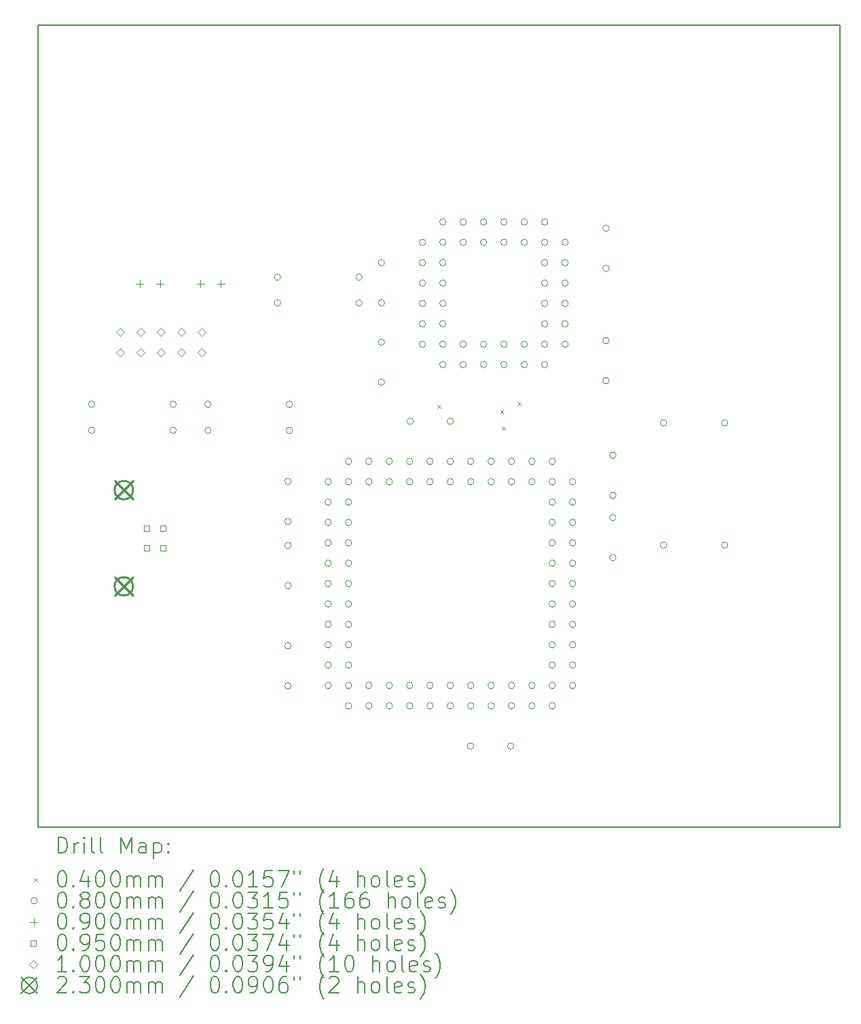
<source format=gbr>
%TF.GenerationSoftware,KiCad,Pcbnew,7.0.5*%
%TF.CreationDate,2024-01-01T15:58:52-07:00*%
%TF.ProjectId,max7000s84 programmer,6d617837-3030-4307-9338-342070726f67,rev?*%
%TF.SameCoordinates,Original*%
%TF.FileFunction,Drillmap*%
%TF.FilePolarity,Positive*%
%FSLAX45Y45*%
G04 Gerber Fmt 4.5, Leading zero omitted, Abs format (unit mm)*
G04 Created by KiCad (PCBNEW 7.0.5) date 2024-01-01 15:58:52*
%MOMM*%
%LPD*%
G01*
G04 APERTURE LIST*
%ADD10C,0.200000*%
%ADD11C,0.040000*%
%ADD12C,0.080000*%
%ADD13C,0.090000*%
%ADD14C,0.095000*%
%ADD15C,0.100000*%
%ADD16C,0.230000*%
G04 APERTURE END LIST*
D10*
X6400000Y-2800000D02*
X16400000Y-2800000D01*
X16400000Y-12800000D01*
X6400000Y-12800000D01*
X6400000Y-2800000D01*
D11*
X11380000Y-7530000D02*
X11420000Y-7570000D01*
X11420000Y-7530000D02*
X11380000Y-7570000D01*
X12160000Y-7600000D02*
X12200000Y-7640000D01*
X12200000Y-7600000D02*
X12160000Y-7640000D01*
X12180000Y-7800000D02*
X12220000Y-7840000D01*
X12220000Y-7800000D02*
X12180000Y-7840000D01*
X12380000Y-7500000D02*
X12420000Y-7540000D01*
X12420000Y-7500000D02*
X12380000Y-7540000D01*
D12*
X7107000Y-7525000D02*
G75*
G03*
X7107000Y-7525000I-40000J0D01*
G01*
X7107000Y-7850000D02*
G75*
G03*
X7107000Y-7850000I-40000J0D01*
G01*
X8123000Y-7525000D02*
G75*
G03*
X8123000Y-7525000I-40000J0D01*
G01*
X8123000Y-7850000D02*
G75*
G03*
X8123000Y-7850000I-40000J0D01*
G01*
X8557000Y-7525000D02*
G75*
G03*
X8557000Y-7525000I-40000J0D01*
G01*
X8557000Y-7850000D02*
G75*
G03*
X8557000Y-7850000I-40000J0D01*
G01*
X9424000Y-5940000D02*
G75*
G03*
X9424000Y-5940000I-40000J0D01*
G01*
X9424000Y-6260000D02*
G75*
G03*
X9424000Y-6260000I-40000J0D01*
G01*
X9555000Y-8486000D02*
G75*
G03*
X9555000Y-8486000I-40000J0D01*
G01*
X9555000Y-8986000D02*
G75*
G03*
X9555000Y-8986000I-40000J0D01*
G01*
X9555000Y-9286000D02*
G75*
G03*
X9555000Y-9286000I-40000J0D01*
G01*
X9555000Y-9786000D02*
G75*
G03*
X9555000Y-9786000I-40000J0D01*
G01*
X9555000Y-10536000D02*
G75*
G03*
X9555000Y-10536000I-40000J0D01*
G01*
X9555000Y-11036000D02*
G75*
G03*
X9555000Y-11036000I-40000J0D01*
G01*
X9573000Y-7525000D02*
G75*
G03*
X9573000Y-7525000I-40000J0D01*
G01*
X9573000Y-7850000D02*
G75*
G03*
X9573000Y-7850000I-40000J0D01*
G01*
X10056000Y-8490000D02*
G75*
G03*
X10056000Y-8490000I-40000J0D01*
G01*
X10056000Y-8744000D02*
G75*
G03*
X10056000Y-8744000I-40000J0D01*
G01*
X10056000Y-8998000D02*
G75*
G03*
X10056000Y-8998000I-40000J0D01*
G01*
X10056000Y-9252000D02*
G75*
G03*
X10056000Y-9252000I-40000J0D01*
G01*
X10056000Y-9506000D02*
G75*
G03*
X10056000Y-9506000I-40000J0D01*
G01*
X10056000Y-9760000D02*
G75*
G03*
X10056000Y-9760000I-40000J0D01*
G01*
X10056000Y-10014000D02*
G75*
G03*
X10056000Y-10014000I-40000J0D01*
G01*
X10056000Y-10268000D02*
G75*
G03*
X10056000Y-10268000I-40000J0D01*
G01*
X10056000Y-10522000D02*
G75*
G03*
X10056000Y-10522000I-40000J0D01*
G01*
X10056000Y-10776000D02*
G75*
G03*
X10056000Y-10776000I-40000J0D01*
G01*
X10056000Y-11030000D02*
G75*
G03*
X10056000Y-11030000I-40000J0D01*
G01*
X10310000Y-8236000D02*
G75*
G03*
X10310000Y-8236000I-40000J0D01*
G01*
X10310000Y-8490000D02*
G75*
G03*
X10310000Y-8490000I-40000J0D01*
G01*
X10310000Y-8744000D02*
G75*
G03*
X10310000Y-8744000I-40000J0D01*
G01*
X10310000Y-8998000D02*
G75*
G03*
X10310000Y-8998000I-40000J0D01*
G01*
X10310000Y-9252000D02*
G75*
G03*
X10310000Y-9252000I-40000J0D01*
G01*
X10310000Y-9506000D02*
G75*
G03*
X10310000Y-9506000I-40000J0D01*
G01*
X10310000Y-9760000D02*
G75*
G03*
X10310000Y-9760000I-40000J0D01*
G01*
X10310000Y-10014000D02*
G75*
G03*
X10310000Y-10014000I-40000J0D01*
G01*
X10310000Y-10268000D02*
G75*
G03*
X10310000Y-10268000I-40000J0D01*
G01*
X10310000Y-10522000D02*
G75*
G03*
X10310000Y-10522000I-40000J0D01*
G01*
X10310000Y-10776000D02*
G75*
G03*
X10310000Y-10776000I-40000J0D01*
G01*
X10310000Y-11030000D02*
G75*
G03*
X10310000Y-11030000I-40000J0D01*
G01*
X10310000Y-11284000D02*
G75*
G03*
X10310000Y-11284000I-40000J0D01*
G01*
X10440000Y-5940000D02*
G75*
G03*
X10440000Y-5940000I-40000J0D01*
G01*
X10440000Y-6260000D02*
G75*
G03*
X10440000Y-6260000I-40000J0D01*
G01*
X10564000Y-8236000D02*
G75*
G03*
X10564000Y-8236000I-40000J0D01*
G01*
X10564000Y-8490000D02*
G75*
G03*
X10564000Y-8490000I-40000J0D01*
G01*
X10564000Y-11030000D02*
G75*
G03*
X10564000Y-11030000I-40000J0D01*
G01*
X10564000Y-11284000D02*
G75*
G03*
X10564000Y-11284000I-40000J0D01*
G01*
X10720000Y-5760000D02*
G75*
G03*
X10720000Y-5760000I-40000J0D01*
G01*
X10720000Y-6260000D02*
G75*
G03*
X10720000Y-6260000I-40000J0D01*
G01*
X10720000Y-6750000D02*
G75*
G03*
X10720000Y-6750000I-40000J0D01*
G01*
X10720000Y-7250000D02*
G75*
G03*
X10720000Y-7250000I-40000J0D01*
G01*
X10818000Y-8236000D02*
G75*
G03*
X10818000Y-8236000I-40000J0D01*
G01*
X10818000Y-8490000D02*
G75*
G03*
X10818000Y-8490000I-40000J0D01*
G01*
X10818000Y-11030000D02*
G75*
G03*
X10818000Y-11030000I-40000J0D01*
G01*
X10818000Y-11284000D02*
G75*
G03*
X10818000Y-11284000I-40000J0D01*
G01*
X11072000Y-8236000D02*
G75*
G03*
X11072000Y-8236000I-40000J0D01*
G01*
X11072000Y-8490000D02*
G75*
G03*
X11072000Y-8490000I-40000J0D01*
G01*
X11072000Y-11030000D02*
G75*
G03*
X11072000Y-11030000I-40000J0D01*
G01*
X11072000Y-11284000D02*
G75*
G03*
X11072000Y-11284000I-40000J0D01*
G01*
X11080000Y-7736000D02*
G75*
G03*
X11080000Y-7736000I-40000J0D01*
G01*
X11231000Y-5505000D02*
G75*
G03*
X11231000Y-5505000I-40000J0D01*
G01*
X11231000Y-5759000D02*
G75*
G03*
X11231000Y-5759000I-40000J0D01*
G01*
X11231000Y-6013000D02*
G75*
G03*
X11231000Y-6013000I-40000J0D01*
G01*
X11231000Y-6267000D02*
G75*
G03*
X11231000Y-6267000I-40000J0D01*
G01*
X11231000Y-6521000D02*
G75*
G03*
X11231000Y-6521000I-40000J0D01*
G01*
X11231000Y-6775000D02*
G75*
G03*
X11231000Y-6775000I-40000J0D01*
G01*
X11326000Y-8236000D02*
G75*
G03*
X11326000Y-8236000I-40000J0D01*
G01*
X11326000Y-8490000D02*
G75*
G03*
X11326000Y-8490000I-40000J0D01*
G01*
X11326000Y-11030000D02*
G75*
G03*
X11326000Y-11030000I-40000J0D01*
G01*
X11326000Y-11284000D02*
G75*
G03*
X11326000Y-11284000I-40000J0D01*
G01*
X11485000Y-5251000D02*
G75*
G03*
X11485000Y-5251000I-40000J0D01*
G01*
X11485000Y-5505000D02*
G75*
G03*
X11485000Y-5505000I-40000J0D01*
G01*
X11485000Y-5759000D02*
G75*
G03*
X11485000Y-5759000I-40000J0D01*
G01*
X11485000Y-6013000D02*
G75*
G03*
X11485000Y-6013000I-40000J0D01*
G01*
X11485000Y-6267000D02*
G75*
G03*
X11485000Y-6267000I-40000J0D01*
G01*
X11485000Y-6521000D02*
G75*
G03*
X11485000Y-6521000I-40000J0D01*
G01*
X11485000Y-6775000D02*
G75*
G03*
X11485000Y-6775000I-40000J0D01*
G01*
X11485000Y-7029000D02*
G75*
G03*
X11485000Y-7029000I-40000J0D01*
G01*
X11580000Y-7736000D02*
G75*
G03*
X11580000Y-7736000I-40000J0D01*
G01*
X11580000Y-8236000D02*
G75*
G03*
X11580000Y-8236000I-40000J0D01*
G01*
X11580000Y-8490000D02*
G75*
G03*
X11580000Y-8490000I-40000J0D01*
G01*
X11580000Y-11030000D02*
G75*
G03*
X11580000Y-11030000I-40000J0D01*
G01*
X11580000Y-11284000D02*
G75*
G03*
X11580000Y-11284000I-40000J0D01*
G01*
X11739000Y-5251000D02*
G75*
G03*
X11739000Y-5251000I-40000J0D01*
G01*
X11739000Y-5505000D02*
G75*
G03*
X11739000Y-5505000I-40000J0D01*
G01*
X11739000Y-6775000D02*
G75*
G03*
X11739000Y-6775000I-40000J0D01*
G01*
X11739000Y-7029000D02*
G75*
G03*
X11739000Y-7029000I-40000J0D01*
G01*
X11830000Y-11786000D02*
G75*
G03*
X11830000Y-11786000I-40000J0D01*
G01*
X11834000Y-8236000D02*
G75*
G03*
X11834000Y-8236000I-40000J0D01*
G01*
X11834000Y-8490000D02*
G75*
G03*
X11834000Y-8490000I-40000J0D01*
G01*
X11834000Y-11030000D02*
G75*
G03*
X11834000Y-11030000I-40000J0D01*
G01*
X11834000Y-11284000D02*
G75*
G03*
X11834000Y-11284000I-40000J0D01*
G01*
X11993000Y-5251000D02*
G75*
G03*
X11993000Y-5251000I-40000J0D01*
G01*
X11993000Y-5505000D02*
G75*
G03*
X11993000Y-5505000I-40000J0D01*
G01*
X11993000Y-6775000D02*
G75*
G03*
X11993000Y-6775000I-40000J0D01*
G01*
X11993000Y-7029000D02*
G75*
G03*
X11993000Y-7029000I-40000J0D01*
G01*
X12088000Y-8236000D02*
G75*
G03*
X12088000Y-8236000I-40000J0D01*
G01*
X12088000Y-8490000D02*
G75*
G03*
X12088000Y-8490000I-40000J0D01*
G01*
X12088000Y-11030000D02*
G75*
G03*
X12088000Y-11030000I-40000J0D01*
G01*
X12088000Y-11284000D02*
G75*
G03*
X12088000Y-11284000I-40000J0D01*
G01*
X12247000Y-5251000D02*
G75*
G03*
X12247000Y-5251000I-40000J0D01*
G01*
X12247000Y-5505000D02*
G75*
G03*
X12247000Y-5505000I-40000J0D01*
G01*
X12247000Y-6775000D02*
G75*
G03*
X12247000Y-6775000I-40000J0D01*
G01*
X12247000Y-7029000D02*
G75*
G03*
X12247000Y-7029000I-40000J0D01*
G01*
X12330000Y-11786000D02*
G75*
G03*
X12330000Y-11786000I-40000J0D01*
G01*
X12342000Y-8236000D02*
G75*
G03*
X12342000Y-8236000I-40000J0D01*
G01*
X12342000Y-8490000D02*
G75*
G03*
X12342000Y-8490000I-40000J0D01*
G01*
X12342000Y-11030000D02*
G75*
G03*
X12342000Y-11030000I-40000J0D01*
G01*
X12342000Y-11284000D02*
G75*
G03*
X12342000Y-11284000I-40000J0D01*
G01*
X12501000Y-5251000D02*
G75*
G03*
X12501000Y-5251000I-40000J0D01*
G01*
X12501000Y-5505000D02*
G75*
G03*
X12501000Y-5505000I-40000J0D01*
G01*
X12501000Y-6775000D02*
G75*
G03*
X12501000Y-6775000I-40000J0D01*
G01*
X12501000Y-7029000D02*
G75*
G03*
X12501000Y-7029000I-40000J0D01*
G01*
X12596000Y-8236000D02*
G75*
G03*
X12596000Y-8236000I-40000J0D01*
G01*
X12596000Y-8490000D02*
G75*
G03*
X12596000Y-8490000I-40000J0D01*
G01*
X12596000Y-11030000D02*
G75*
G03*
X12596000Y-11030000I-40000J0D01*
G01*
X12596000Y-11284000D02*
G75*
G03*
X12596000Y-11284000I-40000J0D01*
G01*
X12755000Y-5251000D02*
G75*
G03*
X12755000Y-5251000I-40000J0D01*
G01*
X12755000Y-5505000D02*
G75*
G03*
X12755000Y-5505000I-40000J0D01*
G01*
X12755000Y-5759000D02*
G75*
G03*
X12755000Y-5759000I-40000J0D01*
G01*
X12755000Y-6013000D02*
G75*
G03*
X12755000Y-6013000I-40000J0D01*
G01*
X12755000Y-6267000D02*
G75*
G03*
X12755000Y-6267000I-40000J0D01*
G01*
X12755000Y-6521000D02*
G75*
G03*
X12755000Y-6521000I-40000J0D01*
G01*
X12755000Y-6775000D02*
G75*
G03*
X12755000Y-6775000I-40000J0D01*
G01*
X12755000Y-7029000D02*
G75*
G03*
X12755000Y-7029000I-40000J0D01*
G01*
X12850000Y-8236000D02*
G75*
G03*
X12850000Y-8236000I-40000J0D01*
G01*
X12850000Y-8490000D02*
G75*
G03*
X12850000Y-8490000I-40000J0D01*
G01*
X12850000Y-8744000D02*
G75*
G03*
X12850000Y-8744000I-40000J0D01*
G01*
X12850000Y-8998000D02*
G75*
G03*
X12850000Y-8998000I-40000J0D01*
G01*
X12850000Y-9252000D02*
G75*
G03*
X12850000Y-9252000I-40000J0D01*
G01*
X12850000Y-9506000D02*
G75*
G03*
X12850000Y-9506000I-40000J0D01*
G01*
X12850000Y-9760000D02*
G75*
G03*
X12850000Y-9760000I-40000J0D01*
G01*
X12850000Y-10014000D02*
G75*
G03*
X12850000Y-10014000I-40000J0D01*
G01*
X12850000Y-10268000D02*
G75*
G03*
X12850000Y-10268000I-40000J0D01*
G01*
X12850000Y-10522000D02*
G75*
G03*
X12850000Y-10522000I-40000J0D01*
G01*
X12850000Y-10776000D02*
G75*
G03*
X12850000Y-10776000I-40000J0D01*
G01*
X12850000Y-11030000D02*
G75*
G03*
X12850000Y-11030000I-40000J0D01*
G01*
X12850000Y-11284000D02*
G75*
G03*
X12850000Y-11284000I-40000J0D01*
G01*
X13009000Y-5505000D02*
G75*
G03*
X13009000Y-5505000I-40000J0D01*
G01*
X13009000Y-5759000D02*
G75*
G03*
X13009000Y-5759000I-40000J0D01*
G01*
X13009000Y-6013000D02*
G75*
G03*
X13009000Y-6013000I-40000J0D01*
G01*
X13009000Y-6267000D02*
G75*
G03*
X13009000Y-6267000I-40000J0D01*
G01*
X13009000Y-6521000D02*
G75*
G03*
X13009000Y-6521000I-40000J0D01*
G01*
X13009000Y-6775000D02*
G75*
G03*
X13009000Y-6775000I-40000J0D01*
G01*
X13104000Y-8490000D02*
G75*
G03*
X13104000Y-8490000I-40000J0D01*
G01*
X13104000Y-8744000D02*
G75*
G03*
X13104000Y-8744000I-40000J0D01*
G01*
X13104000Y-8998000D02*
G75*
G03*
X13104000Y-8998000I-40000J0D01*
G01*
X13104000Y-9252000D02*
G75*
G03*
X13104000Y-9252000I-40000J0D01*
G01*
X13104000Y-9506000D02*
G75*
G03*
X13104000Y-9506000I-40000J0D01*
G01*
X13104000Y-9760000D02*
G75*
G03*
X13104000Y-9760000I-40000J0D01*
G01*
X13104000Y-10014000D02*
G75*
G03*
X13104000Y-10014000I-40000J0D01*
G01*
X13104000Y-10268000D02*
G75*
G03*
X13104000Y-10268000I-40000J0D01*
G01*
X13104000Y-10522000D02*
G75*
G03*
X13104000Y-10522000I-40000J0D01*
G01*
X13104000Y-10776000D02*
G75*
G03*
X13104000Y-10776000I-40000J0D01*
G01*
X13104000Y-11030000D02*
G75*
G03*
X13104000Y-11030000I-40000J0D01*
G01*
X13520000Y-5330000D02*
G75*
G03*
X13520000Y-5330000I-40000J0D01*
G01*
X13520000Y-5830000D02*
G75*
G03*
X13520000Y-5830000I-40000J0D01*
G01*
X13520000Y-6730000D02*
G75*
G03*
X13520000Y-6730000I-40000J0D01*
G01*
X13520000Y-7230000D02*
G75*
G03*
X13520000Y-7230000I-40000J0D01*
G01*
X13605000Y-8161000D02*
G75*
G03*
X13605000Y-8161000I-40000J0D01*
G01*
X13605000Y-8661000D02*
G75*
G03*
X13605000Y-8661000I-40000J0D01*
G01*
X13605000Y-8936000D02*
G75*
G03*
X13605000Y-8936000I-40000J0D01*
G01*
X13605000Y-9436000D02*
G75*
G03*
X13605000Y-9436000I-40000J0D01*
G01*
X14238000Y-7756000D02*
G75*
G03*
X14238000Y-7756000I-40000J0D01*
G01*
X14238000Y-9280000D02*
G75*
G03*
X14238000Y-9280000I-40000J0D01*
G01*
X15000000Y-7756000D02*
G75*
G03*
X15000000Y-7756000I-40000J0D01*
G01*
X15000000Y-9280000D02*
G75*
G03*
X15000000Y-9280000I-40000J0D01*
G01*
D13*
X7666000Y-5975000D02*
X7666000Y-6065000D01*
X7621000Y-6020000D02*
X7711000Y-6020000D01*
X7920000Y-5975000D02*
X7920000Y-6065000D01*
X7875000Y-6020000D02*
X7965000Y-6020000D01*
X8426000Y-5975000D02*
X8426000Y-6065000D01*
X8381000Y-6020000D02*
X8471000Y-6020000D01*
X8680000Y-5975000D02*
X8680000Y-6065000D01*
X8635000Y-6020000D02*
X8725000Y-6020000D01*
D14*
X7787338Y-9103588D02*
X7787338Y-9036412D01*
X7720162Y-9036412D01*
X7720162Y-9103588D01*
X7787338Y-9103588D01*
X7787338Y-9353588D02*
X7787338Y-9286412D01*
X7720162Y-9286412D01*
X7720162Y-9353588D01*
X7787338Y-9353588D01*
X7987338Y-9103588D02*
X7987338Y-9036412D01*
X7920162Y-9036412D01*
X7920162Y-9103588D01*
X7987338Y-9103588D01*
X7987338Y-9353588D02*
X7987338Y-9286412D01*
X7920162Y-9286412D01*
X7920162Y-9353588D01*
X7987338Y-9353588D01*
D15*
X7425000Y-6671000D02*
X7475000Y-6621000D01*
X7425000Y-6571000D01*
X7375000Y-6621000D01*
X7425000Y-6671000D01*
X7425000Y-6925000D02*
X7475000Y-6875000D01*
X7425000Y-6825000D01*
X7375000Y-6875000D01*
X7425000Y-6925000D01*
X7679000Y-6671000D02*
X7729000Y-6621000D01*
X7679000Y-6571000D01*
X7629000Y-6621000D01*
X7679000Y-6671000D01*
X7679000Y-6925000D02*
X7729000Y-6875000D01*
X7679000Y-6825000D01*
X7629000Y-6875000D01*
X7679000Y-6925000D01*
X7933000Y-6671000D02*
X7983000Y-6621000D01*
X7933000Y-6571000D01*
X7883000Y-6621000D01*
X7933000Y-6671000D01*
X7933000Y-6925000D02*
X7983000Y-6875000D01*
X7933000Y-6825000D01*
X7883000Y-6875000D01*
X7933000Y-6925000D01*
X8187000Y-6671000D02*
X8237000Y-6621000D01*
X8187000Y-6571000D01*
X8137000Y-6621000D01*
X8187000Y-6671000D01*
X8187000Y-6925000D02*
X8237000Y-6875000D01*
X8187000Y-6825000D01*
X8137000Y-6875000D01*
X8187000Y-6925000D01*
X8441000Y-6671000D02*
X8491000Y-6621000D01*
X8441000Y-6571000D01*
X8391000Y-6621000D01*
X8441000Y-6671000D01*
X8441000Y-6925000D02*
X8491000Y-6875000D01*
X8441000Y-6825000D01*
X8391000Y-6875000D01*
X8441000Y-6925000D01*
D16*
X7352750Y-8480000D02*
X7582750Y-8710000D01*
X7582750Y-8480000D02*
X7352750Y-8710000D01*
X7582750Y-8595000D02*
G75*
G03*
X7582750Y-8595000I-115000J0D01*
G01*
X7352750Y-9680000D02*
X7582750Y-9910000D01*
X7582750Y-9680000D02*
X7352750Y-9910000D01*
X7582750Y-9795000D02*
G75*
G03*
X7582750Y-9795000I-115000J0D01*
G01*
D10*
X6650777Y-13121484D02*
X6650777Y-12921484D01*
X6650777Y-12921484D02*
X6698396Y-12921484D01*
X6698396Y-12921484D02*
X6726967Y-12931008D01*
X6726967Y-12931008D02*
X6746015Y-12950055D01*
X6746015Y-12950055D02*
X6755539Y-12969103D01*
X6755539Y-12969103D02*
X6765062Y-13007198D01*
X6765062Y-13007198D02*
X6765062Y-13035769D01*
X6765062Y-13035769D02*
X6755539Y-13073865D01*
X6755539Y-13073865D02*
X6746015Y-13092912D01*
X6746015Y-13092912D02*
X6726967Y-13111960D01*
X6726967Y-13111960D02*
X6698396Y-13121484D01*
X6698396Y-13121484D02*
X6650777Y-13121484D01*
X6850777Y-13121484D02*
X6850777Y-12988150D01*
X6850777Y-13026246D02*
X6860301Y-13007198D01*
X6860301Y-13007198D02*
X6869824Y-12997674D01*
X6869824Y-12997674D02*
X6888872Y-12988150D01*
X6888872Y-12988150D02*
X6907920Y-12988150D01*
X6974586Y-13121484D02*
X6974586Y-12988150D01*
X6974586Y-12921484D02*
X6965062Y-12931008D01*
X6965062Y-12931008D02*
X6974586Y-12940531D01*
X6974586Y-12940531D02*
X6984110Y-12931008D01*
X6984110Y-12931008D02*
X6974586Y-12921484D01*
X6974586Y-12921484D02*
X6974586Y-12940531D01*
X7098396Y-13121484D02*
X7079348Y-13111960D01*
X7079348Y-13111960D02*
X7069824Y-13092912D01*
X7069824Y-13092912D02*
X7069824Y-12921484D01*
X7203158Y-13121484D02*
X7184110Y-13111960D01*
X7184110Y-13111960D02*
X7174586Y-13092912D01*
X7174586Y-13092912D02*
X7174586Y-12921484D01*
X7431729Y-13121484D02*
X7431729Y-12921484D01*
X7431729Y-12921484D02*
X7498396Y-13064341D01*
X7498396Y-13064341D02*
X7565062Y-12921484D01*
X7565062Y-12921484D02*
X7565062Y-13121484D01*
X7746015Y-13121484D02*
X7746015Y-13016722D01*
X7746015Y-13016722D02*
X7736491Y-12997674D01*
X7736491Y-12997674D02*
X7717443Y-12988150D01*
X7717443Y-12988150D02*
X7679348Y-12988150D01*
X7679348Y-12988150D02*
X7660301Y-12997674D01*
X7746015Y-13111960D02*
X7726967Y-13121484D01*
X7726967Y-13121484D02*
X7679348Y-13121484D01*
X7679348Y-13121484D02*
X7660301Y-13111960D01*
X7660301Y-13111960D02*
X7650777Y-13092912D01*
X7650777Y-13092912D02*
X7650777Y-13073865D01*
X7650777Y-13073865D02*
X7660301Y-13054817D01*
X7660301Y-13054817D02*
X7679348Y-13045293D01*
X7679348Y-13045293D02*
X7726967Y-13045293D01*
X7726967Y-13045293D02*
X7746015Y-13035769D01*
X7841253Y-12988150D02*
X7841253Y-13188150D01*
X7841253Y-12997674D02*
X7860301Y-12988150D01*
X7860301Y-12988150D02*
X7898396Y-12988150D01*
X7898396Y-12988150D02*
X7917443Y-12997674D01*
X7917443Y-12997674D02*
X7926967Y-13007198D01*
X7926967Y-13007198D02*
X7936491Y-13026246D01*
X7936491Y-13026246D02*
X7936491Y-13083388D01*
X7936491Y-13083388D02*
X7926967Y-13102436D01*
X7926967Y-13102436D02*
X7917443Y-13111960D01*
X7917443Y-13111960D02*
X7898396Y-13121484D01*
X7898396Y-13121484D02*
X7860301Y-13121484D01*
X7860301Y-13121484D02*
X7841253Y-13111960D01*
X8022205Y-13102436D02*
X8031729Y-13111960D01*
X8031729Y-13111960D02*
X8022205Y-13121484D01*
X8022205Y-13121484D02*
X8012682Y-13111960D01*
X8012682Y-13111960D02*
X8022205Y-13102436D01*
X8022205Y-13102436D02*
X8022205Y-13121484D01*
X8022205Y-12997674D02*
X8031729Y-13007198D01*
X8031729Y-13007198D02*
X8022205Y-13016722D01*
X8022205Y-13016722D02*
X8012682Y-13007198D01*
X8012682Y-13007198D02*
X8022205Y-12997674D01*
X8022205Y-12997674D02*
X8022205Y-13016722D01*
D11*
X6350000Y-13430000D02*
X6390000Y-13470000D01*
X6390000Y-13430000D02*
X6350000Y-13470000D01*
D10*
X6688872Y-13341484D02*
X6707920Y-13341484D01*
X6707920Y-13341484D02*
X6726967Y-13351008D01*
X6726967Y-13351008D02*
X6736491Y-13360531D01*
X6736491Y-13360531D02*
X6746015Y-13379579D01*
X6746015Y-13379579D02*
X6755539Y-13417674D01*
X6755539Y-13417674D02*
X6755539Y-13465293D01*
X6755539Y-13465293D02*
X6746015Y-13503388D01*
X6746015Y-13503388D02*
X6736491Y-13522436D01*
X6736491Y-13522436D02*
X6726967Y-13531960D01*
X6726967Y-13531960D02*
X6707920Y-13541484D01*
X6707920Y-13541484D02*
X6688872Y-13541484D01*
X6688872Y-13541484D02*
X6669824Y-13531960D01*
X6669824Y-13531960D02*
X6660301Y-13522436D01*
X6660301Y-13522436D02*
X6650777Y-13503388D01*
X6650777Y-13503388D02*
X6641253Y-13465293D01*
X6641253Y-13465293D02*
X6641253Y-13417674D01*
X6641253Y-13417674D02*
X6650777Y-13379579D01*
X6650777Y-13379579D02*
X6660301Y-13360531D01*
X6660301Y-13360531D02*
X6669824Y-13351008D01*
X6669824Y-13351008D02*
X6688872Y-13341484D01*
X6841253Y-13522436D02*
X6850777Y-13531960D01*
X6850777Y-13531960D02*
X6841253Y-13541484D01*
X6841253Y-13541484D02*
X6831729Y-13531960D01*
X6831729Y-13531960D02*
X6841253Y-13522436D01*
X6841253Y-13522436D02*
X6841253Y-13541484D01*
X7022205Y-13408150D02*
X7022205Y-13541484D01*
X6974586Y-13331960D02*
X6926967Y-13474817D01*
X6926967Y-13474817D02*
X7050777Y-13474817D01*
X7165062Y-13341484D02*
X7184110Y-13341484D01*
X7184110Y-13341484D02*
X7203158Y-13351008D01*
X7203158Y-13351008D02*
X7212682Y-13360531D01*
X7212682Y-13360531D02*
X7222205Y-13379579D01*
X7222205Y-13379579D02*
X7231729Y-13417674D01*
X7231729Y-13417674D02*
X7231729Y-13465293D01*
X7231729Y-13465293D02*
X7222205Y-13503388D01*
X7222205Y-13503388D02*
X7212682Y-13522436D01*
X7212682Y-13522436D02*
X7203158Y-13531960D01*
X7203158Y-13531960D02*
X7184110Y-13541484D01*
X7184110Y-13541484D02*
X7165062Y-13541484D01*
X7165062Y-13541484D02*
X7146015Y-13531960D01*
X7146015Y-13531960D02*
X7136491Y-13522436D01*
X7136491Y-13522436D02*
X7126967Y-13503388D01*
X7126967Y-13503388D02*
X7117443Y-13465293D01*
X7117443Y-13465293D02*
X7117443Y-13417674D01*
X7117443Y-13417674D02*
X7126967Y-13379579D01*
X7126967Y-13379579D02*
X7136491Y-13360531D01*
X7136491Y-13360531D02*
X7146015Y-13351008D01*
X7146015Y-13351008D02*
X7165062Y-13341484D01*
X7355539Y-13341484D02*
X7374586Y-13341484D01*
X7374586Y-13341484D02*
X7393634Y-13351008D01*
X7393634Y-13351008D02*
X7403158Y-13360531D01*
X7403158Y-13360531D02*
X7412682Y-13379579D01*
X7412682Y-13379579D02*
X7422205Y-13417674D01*
X7422205Y-13417674D02*
X7422205Y-13465293D01*
X7422205Y-13465293D02*
X7412682Y-13503388D01*
X7412682Y-13503388D02*
X7403158Y-13522436D01*
X7403158Y-13522436D02*
X7393634Y-13531960D01*
X7393634Y-13531960D02*
X7374586Y-13541484D01*
X7374586Y-13541484D02*
X7355539Y-13541484D01*
X7355539Y-13541484D02*
X7336491Y-13531960D01*
X7336491Y-13531960D02*
X7326967Y-13522436D01*
X7326967Y-13522436D02*
X7317443Y-13503388D01*
X7317443Y-13503388D02*
X7307920Y-13465293D01*
X7307920Y-13465293D02*
X7307920Y-13417674D01*
X7307920Y-13417674D02*
X7317443Y-13379579D01*
X7317443Y-13379579D02*
X7326967Y-13360531D01*
X7326967Y-13360531D02*
X7336491Y-13351008D01*
X7336491Y-13351008D02*
X7355539Y-13341484D01*
X7507920Y-13541484D02*
X7507920Y-13408150D01*
X7507920Y-13427198D02*
X7517443Y-13417674D01*
X7517443Y-13417674D02*
X7536491Y-13408150D01*
X7536491Y-13408150D02*
X7565063Y-13408150D01*
X7565063Y-13408150D02*
X7584110Y-13417674D01*
X7584110Y-13417674D02*
X7593634Y-13436722D01*
X7593634Y-13436722D02*
X7593634Y-13541484D01*
X7593634Y-13436722D02*
X7603158Y-13417674D01*
X7603158Y-13417674D02*
X7622205Y-13408150D01*
X7622205Y-13408150D02*
X7650777Y-13408150D01*
X7650777Y-13408150D02*
X7669824Y-13417674D01*
X7669824Y-13417674D02*
X7679348Y-13436722D01*
X7679348Y-13436722D02*
X7679348Y-13541484D01*
X7774586Y-13541484D02*
X7774586Y-13408150D01*
X7774586Y-13427198D02*
X7784110Y-13417674D01*
X7784110Y-13417674D02*
X7803158Y-13408150D01*
X7803158Y-13408150D02*
X7831729Y-13408150D01*
X7831729Y-13408150D02*
X7850777Y-13417674D01*
X7850777Y-13417674D02*
X7860301Y-13436722D01*
X7860301Y-13436722D02*
X7860301Y-13541484D01*
X7860301Y-13436722D02*
X7869824Y-13417674D01*
X7869824Y-13417674D02*
X7888872Y-13408150D01*
X7888872Y-13408150D02*
X7917443Y-13408150D01*
X7917443Y-13408150D02*
X7936491Y-13417674D01*
X7936491Y-13417674D02*
X7946015Y-13436722D01*
X7946015Y-13436722D02*
X7946015Y-13541484D01*
X8336491Y-13331960D02*
X8165063Y-13589103D01*
X8593634Y-13341484D02*
X8612682Y-13341484D01*
X8612682Y-13341484D02*
X8631729Y-13351008D01*
X8631729Y-13351008D02*
X8641253Y-13360531D01*
X8641253Y-13360531D02*
X8650777Y-13379579D01*
X8650777Y-13379579D02*
X8660301Y-13417674D01*
X8660301Y-13417674D02*
X8660301Y-13465293D01*
X8660301Y-13465293D02*
X8650777Y-13503388D01*
X8650777Y-13503388D02*
X8641253Y-13522436D01*
X8641253Y-13522436D02*
X8631729Y-13531960D01*
X8631729Y-13531960D02*
X8612682Y-13541484D01*
X8612682Y-13541484D02*
X8593634Y-13541484D01*
X8593634Y-13541484D02*
X8574587Y-13531960D01*
X8574587Y-13531960D02*
X8565063Y-13522436D01*
X8565063Y-13522436D02*
X8555539Y-13503388D01*
X8555539Y-13503388D02*
X8546015Y-13465293D01*
X8546015Y-13465293D02*
X8546015Y-13417674D01*
X8546015Y-13417674D02*
X8555539Y-13379579D01*
X8555539Y-13379579D02*
X8565063Y-13360531D01*
X8565063Y-13360531D02*
X8574587Y-13351008D01*
X8574587Y-13351008D02*
X8593634Y-13341484D01*
X8746015Y-13522436D02*
X8755539Y-13531960D01*
X8755539Y-13531960D02*
X8746015Y-13541484D01*
X8746015Y-13541484D02*
X8736491Y-13531960D01*
X8736491Y-13531960D02*
X8746015Y-13522436D01*
X8746015Y-13522436D02*
X8746015Y-13541484D01*
X8879348Y-13341484D02*
X8898396Y-13341484D01*
X8898396Y-13341484D02*
X8917444Y-13351008D01*
X8917444Y-13351008D02*
X8926968Y-13360531D01*
X8926968Y-13360531D02*
X8936491Y-13379579D01*
X8936491Y-13379579D02*
X8946015Y-13417674D01*
X8946015Y-13417674D02*
X8946015Y-13465293D01*
X8946015Y-13465293D02*
X8936491Y-13503388D01*
X8936491Y-13503388D02*
X8926968Y-13522436D01*
X8926968Y-13522436D02*
X8917444Y-13531960D01*
X8917444Y-13531960D02*
X8898396Y-13541484D01*
X8898396Y-13541484D02*
X8879348Y-13541484D01*
X8879348Y-13541484D02*
X8860301Y-13531960D01*
X8860301Y-13531960D02*
X8850777Y-13522436D01*
X8850777Y-13522436D02*
X8841253Y-13503388D01*
X8841253Y-13503388D02*
X8831729Y-13465293D01*
X8831729Y-13465293D02*
X8831729Y-13417674D01*
X8831729Y-13417674D02*
X8841253Y-13379579D01*
X8841253Y-13379579D02*
X8850777Y-13360531D01*
X8850777Y-13360531D02*
X8860301Y-13351008D01*
X8860301Y-13351008D02*
X8879348Y-13341484D01*
X9136491Y-13541484D02*
X9022206Y-13541484D01*
X9079348Y-13541484D02*
X9079348Y-13341484D01*
X9079348Y-13341484D02*
X9060301Y-13370055D01*
X9060301Y-13370055D02*
X9041253Y-13389103D01*
X9041253Y-13389103D02*
X9022206Y-13398627D01*
X9317444Y-13341484D02*
X9222206Y-13341484D01*
X9222206Y-13341484D02*
X9212682Y-13436722D01*
X9212682Y-13436722D02*
X9222206Y-13427198D01*
X9222206Y-13427198D02*
X9241253Y-13417674D01*
X9241253Y-13417674D02*
X9288872Y-13417674D01*
X9288872Y-13417674D02*
X9307920Y-13427198D01*
X9307920Y-13427198D02*
X9317444Y-13436722D01*
X9317444Y-13436722D02*
X9326968Y-13455769D01*
X9326968Y-13455769D02*
X9326968Y-13503388D01*
X9326968Y-13503388D02*
X9317444Y-13522436D01*
X9317444Y-13522436D02*
X9307920Y-13531960D01*
X9307920Y-13531960D02*
X9288872Y-13541484D01*
X9288872Y-13541484D02*
X9241253Y-13541484D01*
X9241253Y-13541484D02*
X9222206Y-13531960D01*
X9222206Y-13531960D02*
X9212682Y-13522436D01*
X9393634Y-13341484D02*
X9526968Y-13341484D01*
X9526968Y-13341484D02*
X9441253Y-13541484D01*
X9593634Y-13341484D02*
X9593634Y-13379579D01*
X9669825Y-13341484D02*
X9669825Y-13379579D01*
X9965063Y-13617674D02*
X9955539Y-13608150D01*
X9955539Y-13608150D02*
X9936491Y-13579579D01*
X9936491Y-13579579D02*
X9926968Y-13560531D01*
X9926968Y-13560531D02*
X9917444Y-13531960D01*
X9917444Y-13531960D02*
X9907920Y-13484341D01*
X9907920Y-13484341D02*
X9907920Y-13446246D01*
X9907920Y-13446246D02*
X9917444Y-13398627D01*
X9917444Y-13398627D02*
X9926968Y-13370055D01*
X9926968Y-13370055D02*
X9936491Y-13351008D01*
X9936491Y-13351008D02*
X9955539Y-13322436D01*
X9955539Y-13322436D02*
X9965063Y-13312912D01*
X10126968Y-13408150D02*
X10126968Y-13541484D01*
X10079349Y-13331960D02*
X10031730Y-13474817D01*
X10031730Y-13474817D02*
X10155539Y-13474817D01*
X10384111Y-13541484D02*
X10384111Y-13341484D01*
X10469825Y-13541484D02*
X10469825Y-13436722D01*
X10469825Y-13436722D02*
X10460301Y-13417674D01*
X10460301Y-13417674D02*
X10441253Y-13408150D01*
X10441253Y-13408150D02*
X10412682Y-13408150D01*
X10412682Y-13408150D02*
X10393634Y-13417674D01*
X10393634Y-13417674D02*
X10384111Y-13427198D01*
X10593634Y-13541484D02*
X10574587Y-13531960D01*
X10574587Y-13531960D02*
X10565063Y-13522436D01*
X10565063Y-13522436D02*
X10555539Y-13503388D01*
X10555539Y-13503388D02*
X10555539Y-13446246D01*
X10555539Y-13446246D02*
X10565063Y-13427198D01*
X10565063Y-13427198D02*
X10574587Y-13417674D01*
X10574587Y-13417674D02*
X10593634Y-13408150D01*
X10593634Y-13408150D02*
X10622206Y-13408150D01*
X10622206Y-13408150D02*
X10641253Y-13417674D01*
X10641253Y-13417674D02*
X10650777Y-13427198D01*
X10650777Y-13427198D02*
X10660301Y-13446246D01*
X10660301Y-13446246D02*
X10660301Y-13503388D01*
X10660301Y-13503388D02*
X10650777Y-13522436D01*
X10650777Y-13522436D02*
X10641253Y-13531960D01*
X10641253Y-13531960D02*
X10622206Y-13541484D01*
X10622206Y-13541484D02*
X10593634Y-13541484D01*
X10774587Y-13541484D02*
X10755539Y-13531960D01*
X10755539Y-13531960D02*
X10746015Y-13512912D01*
X10746015Y-13512912D02*
X10746015Y-13341484D01*
X10926968Y-13531960D02*
X10907920Y-13541484D01*
X10907920Y-13541484D02*
X10869825Y-13541484D01*
X10869825Y-13541484D02*
X10850777Y-13531960D01*
X10850777Y-13531960D02*
X10841253Y-13512912D01*
X10841253Y-13512912D02*
X10841253Y-13436722D01*
X10841253Y-13436722D02*
X10850777Y-13417674D01*
X10850777Y-13417674D02*
X10869825Y-13408150D01*
X10869825Y-13408150D02*
X10907920Y-13408150D01*
X10907920Y-13408150D02*
X10926968Y-13417674D01*
X10926968Y-13417674D02*
X10936492Y-13436722D01*
X10936492Y-13436722D02*
X10936492Y-13455769D01*
X10936492Y-13455769D02*
X10841253Y-13474817D01*
X11012682Y-13531960D02*
X11031730Y-13541484D01*
X11031730Y-13541484D02*
X11069825Y-13541484D01*
X11069825Y-13541484D02*
X11088873Y-13531960D01*
X11088873Y-13531960D02*
X11098396Y-13512912D01*
X11098396Y-13512912D02*
X11098396Y-13503388D01*
X11098396Y-13503388D02*
X11088873Y-13484341D01*
X11088873Y-13484341D02*
X11069825Y-13474817D01*
X11069825Y-13474817D02*
X11041253Y-13474817D01*
X11041253Y-13474817D02*
X11022206Y-13465293D01*
X11022206Y-13465293D02*
X11012682Y-13446246D01*
X11012682Y-13446246D02*
X11012682Y-13436722D01*
X11012682Y-13436722D02*
X11022206Y-13417674D01*
X11022206Y-13417674D02*
X11041253Y-13408150D01*
X11041253Y-13408150D02*
X11069825Y-13408150D01*
X11069825Y-13408150D02*
X11088873Y-13417674D01*
X11165063Y-13617674D02*
X11174587Y-13608150D01*
X11174587Y-13608150D02*
X11193634Y-13579579D01*
X11193634Y-13579579D02*
X11203158Y-13560531D01*
X11203158Y-13560531D02*
X11212682Y-13531960D01*
X11212682Y-13531960D02*
X11222206Y-13484341D01*
X11222206Y-13484341D02*
X11222206Y-13446246D01*
X11222206Y-13446246D02*
X11212682Y-13398627D01*
X11212682Y-13398627D02*
X11203158Y-13370055D01*
X11203158Y-13370055D02*
X11193634Y-13351008D01*
X11193634Y-13351008D02*
X11174587Y-13322436D01*
X11174587Y-13322436D02*
X11165063Y-13312912D01*
D12*
X6390000Y-13714000D02*
G75*
G03*
X6390000Y-13714000I-40000J0D01*
G01*
D10*
X6688872Y-13605484D02*
X6707920Y-13605484D01*
X6707920Y-13605484D02*
X6726967Y-13615008D01*
X6726967Y-13615008D02*
X6736491Y-13624531D01*
X6736491Y-13624531D02*
X6746015Y-13643579D01*
X6746015Y-13643579D02*
X6755539Y-13681674D01*
X6755539Y-13681674D02*
X6755539Y-13729293D01*
X6755539Y-13729293D02*
X6746015Y-13767388D01*
X6746015Y-13767388D02*
X6736491Y-13786436D01*
X6736491Y-13786436D02*
X6726967Y-13795960D01*
X6726967Y-13795960D02*
X6707920Y-13805484D01*
X6707920Y-13805484D02*
X6688872Y-13805484D01*
X6688872Y-13805484D02*
X6669824Y-13795960D01*
X6669824Y-13795960D02*
X6660301Y-13786436D01*
X6660301Y-13786436D02*
X6650777Y-13767388D01*
X6650777Y-13767388D02*
X6641253Y-13729293D01*
X6641253Y-13729293D02*
X6641253Y-13681674D01*
X6641253Y-13681674D02*
X6650777Y-13643579D01*
X6650777Y-13643579D02*
X6660301Y-13624531D01*
X6660301Y-13624531D02*
X6669824Y-13615008D01*
X6669824Y-13615008D02*
X6688872Y-13605484D01*
X6841253Y-13786436D02*
X6850777Y-13795960D01*
X6850777Y-13795960D02*
X6841253Y-13805484D01*
X6841253Y-13805484D02*
X6831729Y-13795960D01*
X6831729Y-13795960D02*
X6841253Y-13786436D01*
X6841253Y-13786436D02*
X6841253Y-13805484D01*
X6965062Y-13691198D02*
X6946015Y-13681674D01*
X6946015Y-13681674D02*
X6936491Y-13672150D01*
X6936491Y-13672150D02*
X6926967Y-13653103D01*
X6926967Y-13653103D02*
X6926967Y-13643579D01*
X6926967Y-13643579D02*
X6936491Y-13624531D01*
X6936491Y-13624531D02*
X6946015Y-13615008D01*
X6946015Y-13615008D02*
X6965062Y-13605484D01*
X6965062Y-13605484D02*
X7003158Y-13605484D01*
X7003158Y-13605484D02*
X7022205Y-13615008D01*
X7022205Y-13615008D02*
X7031729Y-13624531D01*
X7031729Y-13624531D02*
X7041253Y-13643579D01*
X7041253Y-13643579D02*
X7041253Y-13653103D01*
X7041253Y-13653103D02*
X7031729Y-13672150D01*
X7031729Y-13672150D02*
X7022205Y-13681674D01*
X7022205Y-13681674D02*
X7003158Y-13691198D01*
X7003158Y-13691198D02*
X6965062Y-13691198D01*
X6965062Y-13691198D02*
X6946015Y-13700722D01*
X6946015Y-13700722D02*
X6936491Y-13710246D01*
X6936491Y-13710246D02*
X6926967Y-13729293D01*
X6926967Y-13729293D02*
X6926967Y-13767388D01*
X6926967Y-13767388D02*
X6936491Y-13786436D01*
X6936491Y-13786436D02*
X6946015Y-13795960D01*
X6946015Y-13795960D02*
X6965062Y-13805484D01*
X6965062Y-13805484D02*
X7003158Y-13805484D01*
X7003158Y-13805484D02*
X7022205Y-13795960D01*
X7022205Y-13795960D02*
X7031729Y-13786436D01*
X7031729Y-13786436D02*
X7041253Y-13767388D01*
X7041253Y-13767388D02*
X7041253Y-13729293D01*
X7041253Y-13729293D02*
X7031729Y-13710246D01*
X7031729Y-13710246D02*
X7022205Y-13700722D01*
X7022205Y-13700722D02*
X7003158Y-13691198D01*
X7165062Y-13605484D02*
X7184110Y-13605484D01*
X7184110Y-13605484D02*
X7203158Y-13615008D01*
X7203158Y-13615008D02*
X7212682Y-13624531D01*
X7212682Y-13624531D02*
X7222205Y-13643579D01*
X7222205Y-13643579D02*
X7231729Y-13681674D01*
X7231729Y-13681674D02*
X7231729Y-13729293D01*
X7231729Y-13729293D02*
X7222205Y-13767388D01*
X7222205Y-13767388D02*
X7212682Y-13786436D01*
X7212682Y-13786436D02*
X7203158Y-13795960D01*
X7203158Y-13795960D02*
X7184110Y-13805484D01*
X7184110Y-13805484D02*
X7165062Y-13805484D01*
X7165062Y-13805484D02*
X7146015Y-13795960D01*
X7146015Y-13795960D02*
X7136491Y-13786436D01*
X7136491Y-13786436D02*
X7126967Y-13767388D01*
X7126967Y-13767388D02*
X7117443Y-13729293D01*
X7117443Y-13729293D02*
X7117443Y-13681674D01*
X7117443Y-13681674D02*
X7126967Y-13643579D01*
X7126967Y-13643579D02*
X7136491Y-13624531D01*
X7136491Y-13624531D02*
X7146015Y-13615008D01*
X7146015Y-13615008D02*
X7165062Y-13605484D01*
X7355539Y-13605484D02*
X7374586Y-13605484D01*
X7374586Y-13605484D02*
X7393634Y-13615008D01*
X7393634Y-13615008D02*
X7403158Y-13624531D01*
X7403158Y-13624531D02*
X7412682Y-13643579D01*
X7412682Y-13643579D02*
X7422205Y-13681674D01*
X7422205Y-13681674D02*
X7422205Y-13729293D01*
X7422205Y-13729293D02*
X7412682Y-13767388D01*
X7412682Y-13767388D02*
X7403158Y-13786436D01*
X7403158Y-13786436D02*
X7393634Y-13795960D01*
X7393634Y-13795960D02*
X7374586Y-13805484D01*
X7374586Y-13805484D02*
X7355539Y-13805484D01*
X7355539Y-13805484D02*
X7336491Y-13795960D01*
X7336491Y-13795960D02*
X7326967Y-13786436D01*
X7326967Y-13786436D02*
X7317443Y-13767388D01*
X7317443Y-13767388D02*
X7307920Y-13729293D01*
X7307920Y-13729293D02*
X7307920Y-13681674D01*
X7307920Y-13681674D02*
X7317443Y-13643579D01*
X7317443Y-13643579D02*
X7326967Y-13624531D01*
X7326967Y-13624531D02*
X7336491Y-13615008D01*
X7336491Y-13615008D02*
X7355539Y-13605484D01*
X7507920Y-13805484D02*
X7507920Y-13672150D01*
X7507920Y-13691198D02*
X7517443Y-13681674D01*
X7517443Y-13681674D02*
X7536491Y-13672150D01*
X7536491Y-13672150D02*
X7565063Y-13672150D01*
X7565063Y-13672150D02*
X7584110Y-13681674D01*
X7584110Y-13681674D02*
X7593634Y-13700722D01*
X7593634Y-13700722D02*
X7593634Y-13805484D01*
X7593634Y-13700722D02*
X7603158Y-13681674D01*
X7603158Y-13681674D02*
X7622205Y-13672150D01*
X7622205Y-13672150D02*
X7650777Y-13672150D01*
X7650777Y-13672150D02*
X7669824Y-13681674D01*
X7669824Y-13681674D02*
X7679348Y-13700722D01*
X7679348Y-13700722D02*
X7679348Y-13805484D01*
X7774586Y-13805484D02*
X7774586Y-13672150D01*
X7774586Y-13691198D02*
X7784110Y-13681674D01*
X7784110Y-13681674D02*
X7803158Y-13672150D01*
X7803158Y-13672150D02*
X7831729Y-13672150D01*
X7831729Y-13672150D02*
X7850777Y-13681674D01*
X7850777Y-13681674D02*
X7860301Y-13700722D01*
X7860301Y-13700722D02*
X7860301Y-13805484D01*
X7860301Y-13700722D02*
X7869824Y-13681674D01*
X7869824Y-13681674D02*
X7888872Y-13672150D01*
X7888872Y-13672150D02*
X7917443Y-13672150D01*
X7917443Y-13672150D02*
X7936491Y-13681674D01*
X7936491Y-13681674D02*
X7946015Y-13700722D01*
X7946015Y-13700722D02*
X7946015Y-13805484D01*
X8336491Y-13595960D02*
X8165063Y-13853103D01*
X8593634Y-13605484D02*
X8612682Y-13605484D01*
X8612682Y-13605484D02*
X8631729Y-13615008D01*
X8631729Y-13615008D02*
X8641253Y-13624531D01*
X8641253Y-13624531D02*
X8650777Y-13643579D01*
X8650777Y-13643579D02*
X8660301Y-13681674D01*
X8660301Y-13681674D02*
X8660301Y-13729293D01*
X8660301Y-13729293D02*
X8650777Y-13767388D01*
X8650777Y-13767388D02*
X8641253Y-13786436D01*
X8641253Y-13786436D02*
X8631729Y-13795960D01*
X8631729Y-13795960D02*
X8612682Y-13805484D01*
X8612682Y-13805484D02*
X8593634Y-13805484D01*
X8593634Y-13805484D02*
X8574587Y-13795960D01*
X8574587Y-13795960D02*
X8565063Y-13786436D01*
X8565063Y-13786436D02*
X8555539Y-13767388D01*
X8555539Y-13767388D02*
X8546015Y-13729293D01*
X8546015Y-13729293D02*
X8546015Y-13681674D01*
X8546015Y-13681674D02*
X8555539Y-13643579D01*
X8555539Y-13643579D02*
X8565063Y-13624531D01*
X8565063Y-13624531D02*
X8574587Y-13615008D01*
X8574587Y-13615008D02*
X8593634Y-13605484D01*
X8746015Y-13786436D02*
X8755539Y-13795960D01*
X8755539Y-13795960D02*
X8746015Y-13805484D01*
X8746015Y-13805484D02*
X8736491Y-13795960D01*
X8736491Y-13795960D02*
X8746015Y-13786436D01*
X8746015Y-13786436D02*
X8746015Y-13805484D01*
X8879348Y-13605484D02*
X8898396Y-13605484D01*
X8898396Y-13605484D02*
X8917444Y-13615008D01*
X8917444Y-13615008D02*
X8926968Y-13624531D01*
X8926968Y-13624531D02*
X8936491Y-13643579D01*
X8936491Y-13643579D02*
X8946015Y-13681674D01*
X8946015Y-13681674D02*
X8946015Y-13729293D01*
X8946015Y-13729293D02*
X8936491Y-13767388D01*
X8936491Y-13767388D02*
X8926968Y-13786436D01*
X8926968Y-13786436D02*
X8917444Y-13795960D01*
X8917444Y-13795960D02*
X8898396Y-13805484D01*
X8898396Y-13805484D02*
X8879348Y-13805484D01*
X8879348Y-13805484D02*
X8860301Y-13795960D01*
X8860301Y-13795960D02*
X8850777Y-13786436D01*
X8850777Y-13786436D02*
X8841253Y-13767388D01*
X8841253Y-13767388D02*
X8831729Y-13729293D01*
X8831729Y-13729293D02*
X8831729Y-13681674D01*
X8831729Y-13681674D02*
X8841253Y-13643579D01*
X8841253Y-13643579D02*
X8850777Y-13624531D01*
X8850777Y-13624531D02*
X8860301Y-13615008D01*
X8860301Y-13615008D02*
X8879348Y-13605484D01*
X9012682Y-13605484D02*
X9136491Y-13605484D01*
X9136491Y-13605484D02*
X9069825Y-13681674D01*
X9069825Y-13681674D02*
X9098396Y-13681674D01*
X9098396Y-13681674D02*
X9117444Y-13691198D01*
X9117444Y-13691198D02*
X9126968Y-13700722D01*
X9126968Y-13700722D02*
X9136491Y-13719769D01*
X9136491Y-13719769D02*
X9136491Y-13767388D01*
X9136491Y-13767388D02*
X9126968Y-13786436D01*
X9126968Y-13786436D02*
X9117444Y-13795960D01*
X9117444Y-13795960D02*
X9098396Y-13805484D01*
X9098396Y-13805484D02*
X9041253Y-13805484D01*
X9041253Y-13805484D02*
X9022206Y-13795960D01*
X9022206Y-13795960D02*
X9012682Y-13786436D01*
X9326968Y-13805484D02*
X9212682Y-13805484D01*
X9269825Y-13805484D02*
X9269825Y-13605484D01*
X9269825Y-13605484D02*
X9250777Y-13634055D01*
X9250777Y-13634055D02*
X9231729Y-13653103D01*
X9231729Y-13653103D02*
X9212682Y-13662627D01*
X9507920Y-13605484D02*
X9412682Y-13605484D01*
X9412682Y-13605484D02*
X9403158Y-13700722D01*
X9403158Y-13700722D02*
X9412682Y-13691198D01*
X9412682Y-13691198D02*
X9431729Y-13681674D01*
X9431729Y-13681674D02*
X9479349Y-13681674D01*
X9479349Y-13681674D02*
X9498396Y-13691198D01*
X9498396Y-13691198D02*
X9507920Y-13700722D01*
X9507920Y-13700722D02*
X9517444Y-13719769D01*
X9517444Y-13719769D02*
X9517444Y-13767388D01*
X9517444Y-13767388D02*
X9507920Y-13786436D01*
X9507920Y-13786436D02*
X9498396Y-13795960D01*
X9498396Y-13795960D02*
X9479349Y-13805484D01*
X9479349Y-13805484D02*
X9431729Y-13805484D01*
X9431729Y-13805484D02*
X9412682Y-13795960D01*
X9412682Y-13795960D02*
X9403158Y-13786436D01*
X9593634Y-13605484D02*
X9593634Y-13643579D01*
X9669825Y-13605484D02*
X9669825Y-13643579D01*
X9965063Y-13881674D02*
X9955539Y-13872150D01*
X9955539Y-13872150D02*
X9936491Y-13843579D01*
X9936491Y-13843579D02*
X9926968Y-13824531D01*
X9926968Y-13824531D02*
X9917444Y-13795960D01*
X9917444Y-13795960D02*
X9907920Y-13748341D01*
X9907920Y-13748341D02*
X9907920Y-13710246D01*
X9907920Y-13710246D02*
X9917444Y-13662627D01*
X9917444Y-13662627D02*
X9926968Y-13634055D01*
X9926968Y-13634055D02*
X9936491Y-13615008D01*
X9936491Y-13615008D02*
X9955539Y-13586436D01*
X9955539Y-13586436D02*
X9965063Y-13576912D01*
X10146015Y-13805484D02*
X10031730Y-13805484D01*
X10088872Y-13805484D02*
X10088872Y-13605484D01*
X10088872Y-13605484D02*
X10069825Y-13634055D01*
X10069825Y-13634055D02*
X10050777Y-13653103D01*
X10050777Y-13653103D02*
X10031730Y-13662627D01*
X10317444Y-13605484D02*
X10279349Y-13605484D01*
X10279349Y-13605484D02*
X10260301Y-13615008D01*
X10260301Y-13615008D02*
X10250777Y-13624531D01*
X10250777Y-13624531D02*
X10231730Y-13653103D01*
X10231730Y-13653103D02*
X10222206Y-13691198D01*
X10222206Y-13691198D02*
X10222206Y-13767388D01*
X10222206Y-13767388D02*
X10231730Y-13786436D01*
X10231730Y-13786436D02*
X10241253Y-13795960D01*
X10241253Y-13795960D02*
X10260301Y-13805484D01*
X10260301Y-13805484D02*
X10298396Y-13805484D01*
X10298396Y-13805484D02*
X10317444Y-13795960D01*
X10317444Y-13795960D02*
X10326968Y-13786436D01*
X10326968Y-13786436D02*
X10336491Y-13767388D01*
X10336491Y-13767388D02*
X10336491Y-13719769D01*
X10336491Y-13719769D02*
X10326968Y-13700722D01*
X10326968Y-13700722D02*
X10317444Y-13691198D01*
X10317444Y-13691198D02*
X10298396Y-13681674D01*
X10298396Y-13681674D02*
X10260301Y-13681674D01*
X10260301Y-13681674D02*
X10241253Y-13691198D01*
X10241253Y-13691198D02*
X10231730Y-13700722D01*
X10231730Y-13700722D02*
X10222206Y-13719769D01*
X10507920Y-13605484D02*
X10469825Y-13605484D01*
X10469825Y-13605484D02*
X10450777Y-13615008D01*
X10450777Y-13615008D02*
X10441253Y-13624531D01*
X10441253Y-13624531D02*
X10422206Y-13653103D01*
X10422206Y-13653103D02*
X10412682Y-13691198D01*
X10412682Y-13691198D02*
X10412682Y-13767388D01*
X10412682Y-13767388D02*
X10422206Y-13786436D01*
X10422206Y-13786436D02*
X10431730Y-13795960D01*
X10431730Y-13795960D02*
X10450777Y-13805484D01*
X10450777Y-13805484D02*
X10488872Y-13805484D01*
X10488872Y-13805484D02*
X10507920Y-13795960D01*
X10507920Y-13795960D02*
X10517444Y-13786436D01*
X10517444Y-13786436D02*
X10526968Y-13767388D01*
X10526968Y-13767388D02*
X10526968Y-13719769D01*
X10526968Y-13719769D02*
X10517444Y-13700722D01*
X10517444Y-13700722D02*
X10507920Y-13691198D01*
X10507920Y-13691198D02*
X10488872Y-13681674D01*
X10488872Y-13681674D02*
X10450777Y-13681674D01*
X10450777Y-13681674D02*
X10431730Y-13691198D01*
X10431730Y-13691198D02*
X10422206Y-13700722D01*
X10422206Y-13700722D02*
X10412682Y-13719769D01*
X10765063Y-13805484D02*
X10765063Y-13605484D01*
X10850777Y-13805484D02*
X10850777Y-13700722D01*
X10850777Y-13700722D02*
X10841253Y-13681674D01*
X10841253Y-13681674D02*
X10822206Y-13672150D01*
X10822206Y-13672150D02*
X10793634Y-13672150D01*
X10793634Y-13672150D02*
X10774587Y-13681674D01*
X10774587Y-13681674D02*
X10765063Y-13691198D01*
X10974587Y-13805484D02*
X10955539Y-13795960D01*
X10955539Y-13795960D02*
X10946015Y-13786436D01*
X10946015Y-13786436D02*
X10936492Y-13767388D01*
X10936492Y-13767388D02*
X10936492Y-13710246D01*
X10936492Y-13710246D02*
X10946015Y-13691198D01*
X10946015Y-13691198D02*
X10955539Y-13681674D01*
X10955539Y-13681674D02*
X10974587Y-13672150D01*
X10974587Y-13672150D02*
X11003158Y-13672150D01*
X11003158Y-13672150D02*
X11022206Y-13681674D01*
X11022206Y-13681674D02*
X11031730Y-13691198D01*
X11031730Y-13691198D02*
X11041253Y-13710246D01*
X11041253Y-13710246D02*
X11041253Y-13767388D01*
X11041253Y-13767388D02*
X11031730Y-13786436D01*
X11031730Y-13786436D02*
X11022206Y-13795960D01*
X11022206Y-13795960D02*
X11003158Y-13805484D01*
X11003158Y-13805484D02*
X10974587Y-13805484D01*
X11155539Y-13805484D02*
X11136492Y-13795960D01*
X11136492Y-13795960D02*
X11126968Y-13776912D01*
X11126968Y-13776912D02*
X11126968Y-13605484D01*
X11307920Y-13795960D02*
X11288872Y-13805484D01*
X11288872Y-13805484D02*
X11250777Y-13805484D01*
X11250777Y-13805484D02*
X11231730Y-13795960D01*
X11231730Y-13795960D02*
X11222206Y-13776912D01*
X11222206Y-13776912D02*
X11222206Y-13700722D01*
X11222206Y-13700722D02*
X11231730Y-13681674D01*
X11231730Y-13681674D02*
X11250777Y-13672150D01*
X11250777Y-13672150D02*
X11288872Y-13672150D01*
X11288872Y-13672150D02*
X11307920Y-13681674D01*
X11307920Y-13681674D02*
X11317444Y-13700722D01*
X11317444Y-13700722D02*
X11317444Y-13719769D01*
X11317444Y-13719769D02*
X11222206Y-13738817D01*
X11393634Y-13795960D02*
X11412682Y-13805484D01*
X11412682Y-13805484D02*
X11450777Y-13805484D01*
X11450777Y-13805484D02*
X11469825Y-13795960D01*
X11469825Y-13795960D02*
X11479349Y-13776912D01*
X11479349Y-13776912D02*
X11479349Y-13767388D01*
X11479349Y-13767388D02*
X11469825Y-13748341D01*
X11469825Y-13748341D02*
X11450777Y-13738817D01*
X11450777Y-13738817D02*
X11422206Y-13738817D01*
X11422206Y-13738817D02*
X11403158Y-13729293D01*
X11403158Y-13729293D02*
X11393634Y-13710246D01*
X11393634Y-13710246D02*
X11393634Y-13700722D01*
X11393634Y-13700722D02*
X11403158Y-13681674D01*
X11403158Y-13681674D02*
X11422206Y-13672150D01*
X11422206Y-13672150D02*
X11450777Y-13672150D01*
X11450777Y-13672150D02*
X11469825Y-13681674D01*
X11546015Y-13881674D02*
X11555539Y-13872150D01*
X11555539Y-13872150D02*
X11574587Y-13843579D01*
X11574587Y-13843579D02*
X11584111Y-13824531D01*
X11584111Y-13824531D02*
X11593634Y-13795960D01*
X11593634Y-13795960D02*
X11603158Y-13748341D01*
X11603158Y-13748341D02*
X11603158Y-13710246D01*
X11603158Y-13710246D02*
X11593634Y-13662627D01*
X11593634Y-13662627D02*
X11584111Y-13634055D01*
X11584111Y-13634055D02*
X11574587Y-13615008D01*
X11574587Y-13615008D02*
X11555539Y-13586436D01*
X11555539Y-13586436D02*
X11546015Y-13576912D01*
D13*
X6345000Y-13933000D02*
X6345000Y-14023000D01*
X6300000Y-13978000D02*
X6390000Y-13978000D01*
D10*
X6688872Y-13869484D02*
X6707920Y-13869484D01*
X6707920Y-13869484D02*
X6726967Y-13879008D01*
X6726967Y-13879008D02*
X6736491Y-13888531D01*
X6736491Y-13888531D02*
X6746015Y-13907579D01*
X6746015Y-13907579D02*
X6755539Y-13945674D01*
X6755539Y-13945674D02*
X6755539Y-13993293D01*
X6755539Y-13993293D02*
X6746015Y-14031388D01*
X6746015Y-14031388D02*
X6736491Y-14050436D01*
X6736491Y-14050436D02*
X6726967Y-14059960D01*
X6726967Y-14059960D02*
X6707920Y-14069484D01*
X6707920Y-14069484D02*
X6688872Y-14069484D01*
X6688872Y-14069484D02*
X6669824Y-14059960D01*
X6669824Y-14059960D02*
X6660301Y-14050436D01*
X6660301Y-14050436D02*
X6650777Y-14031388D01*
X6650777Y-14031388D02*
X6641253Y-13993293D01*
X6641253Y-13993293D02*
X6641253Y-13945674D01*
X6641253Y-13945674D02*
X6650777Y-13907579D01*
X6650777Y-13907579D02*
X6660301Y-13888531D01*
X6660301Y-13888531D02*
X6669824Y-13879008D01*
X6669824Y-13879008D02*
X6688872Y-13869484D01*
X6841253Y-14050436D02*
X6850777Y-14059960D01*
X6850777Y-14059960D02*
X6841253Y-14069484D01*
X6841253Y-14069484D02*
X6831729Y-14059960D01*
X6831729Y-14059960D02*
X6841253Y-14050436D01*
X6841253Y-14050436D02*
X6841253Y-14069484D01*
X6946015Y-14069484D02*
X6984110Y-14069484D01*
X6984110Y-14069484D02*
X7003158Y-14059960D01*
X7003158Y-14059960D02*
X7012682Y-14050436D01*
X7012682Y-14050436D02*
X7031729Y-14021865D01*
X7031729Y-14021865D02*
X7041253Y-13983769D01*
X7041253Y-13983769D02*
X7041253Y-13907579D01*
X7041253Y-13907579D02*
X7031729Y-13888531D01*
X7031729Y-13888531D02*
X7022205Y-13879008D01*
X7022205Y-13879008D02*
X7003158Y-13869484D01*
X7003158Y-13869484D02*
X6965062Y-13869484D01*
X6965062Y-13869484D02*
X6946015Y-13879008D01*
X6946015Y-13879008D02*
X6936491Y-13888531D01*
X6936491Y-13888531D02*
X6926967Y-13907579D01*
X6926967Y-13907579D02*
X6926967Y-13955198D01*
X6926967Y-13955198D02*
X6936491Y-13974246D01*
X6936491Y-13974246D02*
X6946015Y-13983769D01*
X6946015Y-13983769D02*
X6965062Y-13993293D01*
X6965062Y-13993293D02*
X7003158Y-13993293D01*
X7003158Y-13993293D02*
X7022205Y-13983769D01*
X7022205Y-13983769D02*
X7031729Y-13974246D01*
X7031729Y-13974246D02*
X7041253Y-13955198D01*
X7165062Y-13869484D02*
X7184110Y-13869484D01*
X7184110Y-13869484D02*
X7203158Y-13879008D01*
X7203158Y-13879008D02*
X7212682Y-13888531D01*
X7212682Y-13888531D02*
X7222205Y-13907579D01*
X7222205Y-13907579D02*
X7231729Y-13945674D01*
X7231729Y-13945674D02*
X7231729Y-13993293D01*
X7231729Y-13993293D02*
X7222205Y-14031388D01*
X7222205Y-14031388D02*
X7212682Y-14050436D01*
X7212682Y-14050436D02*
X7203158Y-14059960D01*
X7203158Y-14059960D02*
X7184110Y-14069484D01*
X7184110Y-14069484D02*
X7165062Y-14069484D01*
X7165062Y-14069484D02*
X7146015Y-14059960D01*
X7146015Y-14059960D02*
X7136491Y-14050436D01*
X7136491Y-14050436D02*
X7126967Y-14031388D01*
X7126967Y-14031388D02*
X7117443Y-13993293D01*
X7117443Y-13993293D02*
X7117443Y-13945674D01*
X7117443Y-13945674D02*
X7126967Y-13907579D01*
X7126967Y-13907579D02*
X7136491Y-13888531D01*
X7136491Y-13888531D02*
X7146015Y-13879008D01*
X7146015Y-13879008D02*
X7165062Y-13869484D01*
X7355539Y-13869484D02*
X7374586Y-13869484D01*
X7374586Y-13869484D02*
X7393634Y-13879008D01*
X7393634Y-13879008D02*
X7403158Y-13888531D01*
X7403158Y-13888531D02*
X7412682Y-13907579D01*
X7412682Y-13907579D02*
X7422205Y-13945674D01*
X7422205Y-13945674D02*
X7422205Y-13993293D01*
X7422205Y-13993293D02*
X7412682Y-14031388D01*
X7412682Y-14031388D02*
X7403158Y-14050436D01*
X7403158Y-14050436D02*
X7393634Y-14059960D01*
X7393634Y-14059960D02*
X7374586Y-14069484D01*
X7374586Y-14069484D02*
X7355539Y-14069484D01*
X7355539Y-14069484D02*
X7336491Y-14059960D01*
X7336491Y-14059960D02*
X7326967Y-14050436D01*
X7326967Y-14050436D02*
X7317443Y-14031388D01*
X7317443Y-14031388D02*
X7307920Y-13993293D01*
X7307920Y-13993293D02*
X7307920Y-13945674D01*
X7307920Y-13945674D02*
X7317443Y-13907579D01*
X7317443Y-13907579D02*
X7326967Y-13888531D01*
X7326967Y-13888531D02*
X7336491Y-13879008D01*
X7336491Y-13879008D02*
X7355539Y-13869484D01*
X7507920Y-14069484D02*
X7507920Y-13936150D01*
X7507920Y-13955198D02*
X7517443Y-13945674D01*
X7517443Y-13945674D02*
X7536491Y-13936150D01*
X7536491Y-13936150D02*
X7565063Y-13936150D01*
X7565063Y-13936150D02*
X7584110Y-13945674D01*
X7584110Y-13945674D02*
X7593634Y-13964722D01*
X7593634Y-13964722D02*
X7593634Y-14069484D01*
X7593634Y-13964722D02*
X7603158Y-13945674D01*
X7603158Y-13945674D02*
X7622205Y-13936150D01*
X7622205Y-13936150D02*
X7650777Y-13936150D01*
X7650777Y-13936150D02*
X7669824Y-13945674D01*
X7669824Y-13945674D02*
X7679348Y-13964722D01*
X7679348Y-13964722D02*
X7679348Y-14069484D01*
X7774586Y-14069484D02*
X7774586Y-13936150D01*
X7774586Y-13955198D02*
X7784110Y-13945674D01*
X7784110Y-13945674D02*
X7803158Y-13936150D01*
X7803158Y-13936150D02*
X7831729Y-13936150D01*
X7831729Y-13936150D02*
X7850777Y-13945674D01*
X7850777Y-13945674D02*
X7860301Y-13964722D01*
X7860301Y-13964722D02*
X7860301Y-14069484D01*
X7860301Y-13964722D02*
X7869824Y-13945674D01*
X7869824Y-13945674D02*
X7888872Y-13936150D01*
X7888872Y-13936150D02*
X7917443Y-13936150D01*
X7917443Y-13936150D02*
X7936491Y-13945674D01*
X7936491Y-13945674D02*
X7946015Y-13964722D01*
X7946015Y-13964722D02*
X7946015Y-14069484D01*
X8336491Y-13859960D02*
X8165063Y-14117103D01*
X8593634Y-13869484D02*
X8612682Y-13869484D01*
X8612682Y-13869484D02*
X8631729Y-13879008D01*
X8631729Y-13879008D02*
X8641253Y-13888531D01*
X8641253Y-13888531D02*
X8650777Y-13907579D01*
X8650777Y-13907579D02*
X8660301Y-13945674D01*
X8660301Y-13945674D02*
X8660301Y-13993293D01*
X8660301Y-13993293D02*
X8650777Y-14031388D01*
X8650777Y-14031388D02*
X8641253Y-14050436D01*
X8641253Y-14050436D02*
X8631729Y-14059960D01*
X8631729Y-14059960D02*
X8612682Y-14069484D01*
X8612682Y-14069484D02*
X8593634Y-14069484D01*
X8593634Y-14069484D02*
X8574587Y-14059960D01*
X8574587Y-14059960D02*
X8565063Y-14050436D01*
X8565063Y-14050436D02*
X8555539Y-14031388D01*
X8555539Y-14031388D02*
X8546015Y-13993293D01*
X8546015Y-13993293D02*
X8546015Y-13945674D01*
X8546015Y-13945674D02*
X8555539Y-13907579D01*
X8555539Y-13907579D02*
X8565063Y-13888531D01*
X8565063Y-13888531D02*
X8574587Y-13879008D01*
X8574587Y-13879008D02*
X8593634Y-13869484D01*
X8746015Y-14050436D02*
X8755539Y-14059960D01*
X8755539Y-14059960D02*
X8746015Y-14069484D01*
X8746015Y-14069484D02*
X8736491Y-14059960D01*
X8736491Y-14059960D02*
X8746015Y-14050436D01*
X8746015Y-14050436D02*
X8746015Y-14069484D01*
X8879348Y-13869484D02*
X8898396Y-13869484D01*
X8898396Y-13869484D02*
X8917444Y-13879008D01*
X8917444Y-13879008D02*
X8926968Y-13888531D01*
X8926968Y-13888531D02*
X8936491Y-13907579D01*
X8936491Y-13907579D02*
X8946015Y-13945674D01*
X8946015Y-13945674D02*
X8946015Y-13993293D01*
X8946015Y-13993293D02*
X8936491Y-14031388D01*
X8936491Y-14031388D02*
X8926968Y-14050436D01*
X8926968Y-14050436D02*
X8917444Y-14059960D01*
X8917444Y-14059960D02*
X8898396Y-14069484D01*
X8898396Y-14069484D02*
X8879348Y-14069484D01*
X8879348Y-14069484D02*
X8860301Y-14059960D01*
X8860301Y-14059960D02*
X8850777Y-14050436D01*
X8850777Y-14050436D02*
X8841253Y-14031388D01*
X8841253Y-14031388D02*
X8831729Y-13993293D01*
X8831729Y-13993293D02*
X8831729Y-13945674D01*
X8831729Y-13945674D02*
X8841253Y-13907579D01*
X8841253Y-13907579D02*
X8850777Y-13888531D01*
X8850777Y-13888531D02*
X8860301Y-13879008D01*
X8860301Y-13879008D02*
X8879348Y-13869484D01*
X9012682Y-13869484D02*
X9136491Y-13869484D01*
X9136491Y-13869484D02*
X9069825Y-13945674D01*
X9069825Y-13945674D02*
X9098396Y-13945674D01*
X9098396Y-13945674D02*
X9117444Y-13955198D01*
X9117444Y-13955198D02*
X9126968Y-13964722D01*
X9126968Y-13964722D02*
X9136491Y-13983769D01*
X9136491Y-13983769D02*
X9136491Y-14031388D01*
X9136491Y-14031388D02*
X9126968Y-14050436D01*
X9126968Y-14050436D02*
X9117444Y-14059960D01*
X9117444Y-14059960D02*
X9098396Y-14069484D01*
X9098396Y-14069484D02*
X9041253Y-14069484D01*
X9041253Y-14069484D02*
X9022206Y-14059960D01*
X9022206Y-14059960D02*
X9012682Y-14050436D01*
X9317444Y-13869484D02*
X9222206Y-13869484D01*
X9222206Y-13869484D02*
X9212682Y-13964722D01*
X9212682Y-13964722D02*
X9222206Y-13955198D01*
X9222206Y-13955198D02*
X9241253Y-13945674D01*
X9241253Y-13945674D02*
X9288872Y-13945674D01*
X9288872Y-13945674D02*
X9307920Y-13955198D01*
X9307920Y-13955198D02*
X9317444Y-13964722D01*
X9317444Y-13964722D02*
X9326968Y-13983769D01*
X9326968Y-13983769D02*
X9326968Y-14031388D01*
X9326968Y-14031388D02*
X9317444Y-14050436D01*
X9317444Y-14050436D02*
X9307920Y-14059960D01*
X9307920Y-14059960D02*
X9288872Y-14069484D01*
X9288872Y-14069484D02*
X9241253Y-14069484D01*
X9241253Y-14069484D02*
X9222206Y-14059960D01*
X9222206Y-14059960D02*
X9212682Y-14050436D01*
X9498396Y-13936150D02*
X9498396Y-14069484D01*
X9450777Y-13859960D02*
X9403158Y-14002817D01*
X9403158Y-14002817D02*
X9526968Y-14002817D01*
X9593634Y-13869484D02*
X9593634Y-13907579D01*
X9669825Y-13869484D02*
X9669825Y-13907579D01*
X9965063Y-14145674D02*
X9955539Y-14136150D01*
X9955539Y-14136150D02*
X9936491Y-14107579D01*
X9936491Y-14107579D02*
X9926968Y-14088531D01*
X9926968Y-14088531D02*
X9917444Y-14059960D01*
X9917444Y-14059960D02*
X9907920Y-14012341D01*
X9907920Y-14012341D02*
X9907920Y-13974246D01*
X9907920Y-13974246D02*
X9917444Y-13926627D01*
X9917444Y-13926627D02*
X9926968Y-13898055D01*
X9926968Y-13898055D02*
X9936491Y-13879008D01*
X9936491Y-13879008D02*
X9955539Y-13850436D01*
X9955539Y-13850436D02*
X9965063Y-13840912D01*
X10126968Y-13936150D02*
X10126968Y-14069484D01*
X10079349Y-13859960D02*
X10031730Y-14002817D01*
X10031730Y-14002817D02*
X10155539Y-14002817D01*
X10384111Y-14069484D02*
X10384111Y-13869484D01*
X10469825Y-14069484D02*
X10469825Y-13964722D01*
X10469825Y-13964722D02*
X10460301Y-13945674D01*
X10460301Y-13945674D02*
X10441253Y-13936150D01*
X10441253Y-13936150D02*
X10412682Y-13936150D01*
X10412682Y-13936150D02*
X10393634Y-13945674D01*
X10393634Y-13945674D02*
X10384111Y-13955198D01*
X10593634Y-14069484D02*
X10574587Y-14059960D01*
X10574587Y-14059960D02*
X10565063Y-14050436D01*
X10565063Y-14050436D02*
X10555539Y-14031388D01*
X10555539Y-14031388D02*
X10555539Y-13974246D01*
X10555539Y-13974246D02*
X10565063Y-13955198D01*
X10565063Y-13955198D02*
X10574587Y-13945674D01*
X10574587Y-13945674D02*
X10593634Y-13936150D01*
X10593634Y-13936150D02*
X10622206Y-13936150D01*
X10622206Y-13936150D02*
X10641253Y-13945674D01*
X10641253Y-13945674D02*
X10650777Y-13955198D01*
X10650777Y-13955198D02*
X10660301Y-13974246D01*
X10660301Y-13974246D02*
X10660301Y-14031388D01*
X10660301Y-14031388D02*
X10650777Y-14050436D01*
X10650777Y-14050436D02*
X10641253Y-14059960D01*
X10641253Y-14059960D02*
X10622206Y-14069484D01*
X10622206Y-14069484D02*
X10593634Y-14069484D01*
X10774587Y-14069484D02*
X10755539Y-14059960D01*
X10755539Y-14059960D02*
X10746015Y-14040912D01*
X10746015Y-14040912D02*
X10746015Y-13869484D01*
X10926968Y-14059960D02*
X10907920Y-14069484D01*
X10907920Y-14069484D02*
X10869825Y-14069484D01*
X10869825Y-14069484D02*
X10850777Y-14059960D01*
X10850777Y-14059960D02*
X10841253Y-14040912D01*
X10841253Y-14040912D02*
X10841253Y-13964722D01*
X10841253Y-13964722D02*
X10850777Y-13945674D01*
X10850777Y-13945674D02*
X10869825Y-13936150D01*
X10869825Y-13936150D02*
X10907920Y-13936150D01*
X10907920Y-13936150D02*
X10926968Y-13945674D01*
X10926968Y-13945674D02*
X10936492Y-13964722D01*
X10936492Y-13964722D02*
X10936492Y-13983769D01*
X10936492Y-13983769D02*
X10841253Y-14002817D01*
X11012682Y-14059960D02*
X11031730Y-14069484D01*
X11031730Y-14069484D02*
X11069825Y-14069484D01*
X11069825Y-14069484D02*
X11088873Y-14059960D01*
X11088873Y-14059960D02*
X11098396Y-14040912D01*
X11098396Y-14040912D02*
X11098396Y-14031388D01*
X11098396Y-14031388D02*
X11088873Y-14012341D01*
X11088873Y-14012341D02*
X11069825Y-14002817D01*
X11069825Y-14002817D02*
X11041253Y-14002817D01*
X11041253Y-14002817D02*
X11022206Y-13993293D01*
X11022206Y-13993293D02*
X11012682Y-13974246D01*
X11012682Y-13974246D02*
X11012682Y-13964722D01*
X11012682Y-13964722D02*
X11022206Y-13945674D01*
X11022206Y-13945674D02*
X11041253Y-13936150D01*
X11041253Y-13936150D02*
X11069825Y-13936150D01*
X11069825Y-13936150D02*
X11088873Y-13945674D01*
X11165063Y-14145674D02*
X11174587Y-14136150D01*
X11174587Y-14136150D02*
X11193634Y-14107579D01*
X11193634Y-14107579D02*
X11203158Y-14088531D01*
X11203158Y-14088531D02*
X11212682Y-14059960D01*
X11212682Y-14059960D02*
X11222206Y-14012341D01*
X11222206Y-14012341D02*
X11222206Y-13974246D01*
X11222206Y-13974246D02*
X11212682Y-13926627D01*
X11212682Y-13926627D02*
X11203158Y-13898055D01*
X11203158Y-13898055D02*
X11193634Y-13879008D01*
X11193634Y-13879008D02*
X11174587Y-13850436D01*
X11174587Y-13850436D02*
X11165063Y-13840912D01*
D14*
X6376088Y-14275588D02*
X6376088Y-14208412D01*
X6308912Y-14208412D01*
X6308912Y-14275588D01*
X6376088Y-14275588D01*
D10*
X6688872Y-14133484D02*
X6707920Y-14133484D01*
X6707920Y-14133484D02*
X6726967Y-14143008D01*
X6726967Y-14143008D02*
X6736491Y-14152531D01*
X6736491Y-14152531D02*
X6746015Y-14171579D01*
X6746015Y-14171579D02*
X6755539Y-14209674D01*
X6755539Y-14209674D02*
X6755539Y-14257293D01*
X6755539Y-14257293D02*
X6746015Y-14295388D01*
X6746015Y-14295388D02*
X6736491Y-14314436D01*
X6736491Y-14314436D02*
X6726967Y-14323960D01*
X6726967Y-14323960D02*
X6707920Y-14333484D01*
X6707920Y-14333484D02*
X6688872Y-14333484D01*
X6688872Y-14333484D02*
X6669824Y-14323960D01*
X6669824Y-14323960D02*
X6660301Y-14314436D01*
X6660301Y-14314436D02*
X6650777Y-14295388D01*
X6650777Y-14295388D02*
X6641253Y-14257293D01*
X6641253Y-14257293D02*
X6641253Y-14209674D01*
X6641253Y-14209674D02*
X6650777Y-14171579D01*
X6650777Y-14171579D02*
X6660301Y-14152531D01*
X6660301Y-14152531D02*
X6669824Y-14143008D01*
X6669824Y-14143008D02*
X6688872Y-14133484D01*
X6841253Y-14314436D02*
X6850777Y-14323960D01*
X6850777Y-14323960D02*
X6841253Y-14333484D01*
X6841253Y-14333484D02*
X6831729Y-14323960D01*
X6831729Y-14323960D02*
X6841253Y-14314436D01*
X6841253Y-14314436D02*
X6841253Y-14333484D01*
X6946015Y-14333484D02*
X6984110Y-14333484D01*
X6984110Y-14333484D02*
X7003158Y-14323960D01*
X7003158Y-14323960D02*
X7012682Y-14314436D01*
X7012682Y-14314436D02*
X7031729Y-14285865D01*
X7031729Y-14285865D02*
X7041253Y-14247769D01*
X7041253Y-14247769D02*
X7041253Y-14171579D01*
X7041253Y-14171579D02*
X7031729Y-14152531D01*
X7031729Y-14152531D02*
X7022205Y-14143008D01*
X7022205Y-14143008D02*
X7003158Y-14133484D01*
X7003158Y-14133484D02*
X6965062Y-14133484D01*
X6965062Y-14133484D02*
X6946015Y-14143008D01*
X6946015Y-14143008D02*
X6936491Y-14152531D01*
X6936491Y-14152531D02*
X6926967Y-14171579D01*
X6926967Y-14171579D02*
X6926967Y-14219198D01*
X6926967Y-14219198D02*
X6936491Y-14238246D01*
X6936491Y-14238246D02*
X6946015Y-14247769D01*
X6946015Y-14247769D02*
X6965062Y-14257293D01*
X6965062Y-14257293D02*
X7003158Y-14257293D01*
X7003158Y-14257293D02*
X7022205Y-14247769D01*
X7022205Y-14247769D02*
X7031729Y-14238246D01*
X7031729Y-14238246D02*
X7041253Y-14219198D01*
X7222205Y-14133484D02*
X7126967Y-14133484D01*
X7126967Y-14133484D02*
X7117443Y-14228722D01*
X7117443Y-14228722D02*
X7126967Y-14219198D01*
X7126967Y-14219198D02*
X7146015Y-14209674D01*
X7146015Y-14209674D02*
X7193634Y-14209674D01*
X7193634Y-14209674D02*
X7212682Y-14219198D01*
X7212682Y-14219198D02*
X7222205Y-14228722D01*
X7222205Y-14228722D02*
X7231729Y-14247769D01*
X7231729Y-14247769D02*
X7231729Y-14295388D01*
X7231729Y-14295388D02*
X7222205Y-14314436D01*
X7222205Y-14314436D02*
X7212682Y-14323960D01*
X7212682Y-14323960D02*
X7193634Y-14333484D01*
X7193634Y-14333484D02*
X7146015Y-14333484D01*
X7146015Y-14333484D02*
X7126967Y-14323960D01*
X7126967Y-14323960D02*
X7117443Y-14314436D01*
X7355539Y-14133484D02*
X7374586Y-14133484D01*
X7374586Y-14133484D02*
X7393634Y-14143008D01*
X7393634Y-14143008D02*
X7403158Y-14152531D01*
X7403158Y-14152531D02*
X7412682Y-14171579D01*
X7412682Y-14171579D02*
X7422205Y-14209674D01*
X7422205Y-14209674D02*
X7422205Y-14257293D01*
X7422205Y-14257293D02*
X7412682Y-14295388D01*
X7412682Y-14295388D02*
X7403158Y-14314436D01*
X7403158Y-14314436D02*
X7393634Y-14323960D01*
X7393634Y-14323960D02*
X7374586Y-14333484D01*
X7374586Y-14333484D02*
X7355539Y-14333484D01*
X7355539Y-14333484D02*
X7336491Y-14323960D01*
X7336491Y-14323960D02*
X7326967Y-14314436D01*
X7326967Y-14314436D02*
X7317443Y-14295388D01*
X7317443Y-14295388D02*
X7307920Y-14257293D01*
X7307920Y-14257293D02*
X7307920Y-14209674D01*
X7307920Y-14209674D02*
X7317443Y-14171579D01*
X7317443Y-14171579D02*
X7326967Y-14152531D01*
X7326967Y-14152531D02*
X7336491Y-14143008D01*
X7336491Y-14143008D02*
X7355539Y-14133484D01*
X7507920Y-14333484D02*
X7507920Y-14200150D01*
X7507920Y-14219198D02*
X7517443Y-14209674D01*
X7517443Y-14209674D02*
X7536491Y-14200150D01*
X7536491Y-14200150D02*
X7565063Y-14200150D01*
X7565063Y-14200150D02*
X7584110Y-14209674D01*
X7584110Y-14209674D02*
X7593634Y-14228722D01*
X7593634Y-14228722D02*
X7593634Y-14333484D01*
X7593634Y-14228722D02*
X7603158Y-14209674D01*
X7603158Y-14209674D02*
X7622205Y-14200150D01*
X7622205Y-14200150D02*
X7650777Y-14200150D01*
X7650777Y-14200150D02*
X7669824Y-14209674D01*
X7669824Y-14209674D02*
X7679348Y-14228722D01*
X7679348Y-14228722D02*
X7679348Y-14333484D01*
X7774586Y-14333484D02*
X7774586Y-14200150D01*
X7774586Y-14219198D02*
X7784110Y-14209674D01*
X7784110Y-14209674D02*
X7803158Y-14200150D01*
X7803158Y-14200150D02*
X7831729Y-14200150D01*
X7831729Y-14200150D02*
X7850777Y-14209674D01*
X7850777Y-14209674D02*
X7860301Y-14228722D01*
X7860301Y-14228722D02*
X7860301Y-14333484D01*
X7860301Y-14228722D02*
X7869824Y-14209674D01*
X7869824Y-14209674D02*
X7888872Y-14200150D01*
X7888872Y-14200150D02*
X7917443Y-14200150D01*
X7917443Y-14200150D02*
X7936491Y-14209674D01*
X7936491Y-14209674D02*
X7946015Y-14228722D01*
X7946015Y-14228722D02*
X7946015Y-14333484D01*
X8336491Y-14123960D02*
X8165063Y-14381103D01*
X8593634Y-14133484D02*
X8612682Y-14133484D01*
X8612682Y-14133484D02*
X8631729Y-14143008D01*
X8631729Y-14143008D02*
X8641253Y-14152531D01*
X8641253Y-14152531D02*
X8650777Y-14171579D01*
X8650777Y-14171579D02*
X8660301Y-14209674D01*
X8660301Y-14209674D02*
X8660301Y-14257293D01*
X8660301Y-14257293D02*
X8650777Y-14295388D01*
X8650777Y-14295388D02*
X8641253Y-14314436D01*
X8641253Y-14314436D02*
X8631729Y-14323960D01*
X8631729Y-14323960D02*
X8612682Y-14333484D01*
X8612682Y-14333484D02*
X8593634Y-14333484D01*
X8593634Y-14333484D02*
X8574587Y-14323960D01*
X8574587Y-14323960D02*
X8565063Y-14314436D01*
X8565063Y-14314436D02*
X8555539Y-14295388D01*
X8555539Y-14295388D02*
X8546015Y-14257293D01*
X8546015Y-14257293D02*
X8546015Y-14209674D01*
X8546015Y-14209674D02*
X8555539Y-14171579D01*
X8555539Y-14171579D02*
X8565063Y-14152531D01*
X8565063Y-14152531D02*
X8574587Y-14143008D01*
X8574587Y-14143008D02*
X8593634Y-14133484D01*
X8746015Y-14314436D02*
X8755539Y-14323960D01*
X8755539Y-14323960D02*
X8746015Y-14333484D01*
X8746015Y-14333484D02*
X8736491Y-14323960D01*
X8736491Y-14323960D02*
X8746015Y-14314436D01*
X8746015Y-14314436D02*
X8746015Y-14333484D01*
X8879348Y-14133484D02*
X8898396Y-14133484D01*
X8898396Y-14133484D02*
X8917444Y-14143008D01*
X8917444Y-14143008D02*
X8926968Y-14152531D01*
X8926968Y-14152531D02*
X8936491Y-14171579D01*
X8936491Y-14171579D02*
X8946015Y-14209674D01*
X8946015Y-14209674D02*
X8946015Y-14257293D01*
X8946015Y-14257293D02*
X8936491Y-14295388D01*
X8936491Y-14295388D02*
X8926968Y-14314436D01*
X8926968Y-14314436D02*
X8917444Y-14323960D01*
X8917444Y-14323960D02*
X8898396Y-14333484D01*
X8898396Y-14333484D02*
X8879348Y-14333484D01*
X8879348Y-14333484D02*
X8860301Y-14323960D01*
X8860301Y-14323960D02*
X8850777Y-14314436D01*
X8850777Y-14314436D02*
X8841253Y-14295388D01*
X8841253Y-14295388D02*
X8831729Y-14257293D01*
X8831729Y-14257293D02*
X8831729Y-14209674D01*
X8831729Y-14209674D02*
X8841253Y-14171579D01*
X8841253Y-14171579D02*
X8850777Y-14152531D01*
X8850777Y-14152531D02*
X8860301Y-14143008D01*
X8860301Y-14143008D02*
X8879348Y-14133484D01*
X9012682Y-14133484D02*
X9136491Y-14133484D01*
X9136491Y-14133484D02*
X9069825Y-14209674D01*
X9069825Y-14209674D02*
X9098396Y-14209674D01*
X9098396Y-14209674D02*
X9117444Y-14219198D01*
X9117444Y-14219198D02*
X9126968Y-14228722D01*
X9126968Y-14228722D02*
X9136491Y-14247769D01*
X9136491Y-14247769D02*
X9136491Y-14295388D01*
X9136491Y-14295388D02*
X9126968Y-14314436D01*
X9126968Y-14314436D02*
X9117444Y-14323960D01*
X9117444Y-14323960D02*
X9098396Y-14333484D01*
X9098396Y-14333484D02*
X9041253Y-14333484D01*
X9041253Y-14333484D02*
X9022206Y-14323960D01*
X9022206Y-14323960D02*
X9012682Y-14314436D01*
X9203158Y-14133484D02*
X9336491Y-14133484D01*
X9336491Y-14133484D02*
X9250777Y-14333484D01*
X9498396Y-14200150D02*
X9498396Y-14333484D01*
X9450777Y-14123960D02*
X9403158Y-14266817D01*
X9403158Y-14266817D02*
X9526968Y-14266817D01*
X9593634Y-14133484D02*
X9593634Y-14171579D01*
X9669825Y-14133484D02*
X9669825Y-14171579D01*
X9965063Y-14409674D02*
X9955539Y-14400150D01*
X9955539Y-14400150D02*
X9936491Y-14371579D01*
X9936491Y-14371579D02*
X9926968Y-14352531D01*
X9926968Y-14352531D02*
X9917444Y-14323960D01*
X9917444Y-14323960D02*
X9907920Y-14276341D01*
X9907920Y-14276341D02*
X9907920Y-14238246D01*
X9907920Y-14238246D02*
X9917444Y-14190627D01*
X9917444Y-14190627D02*
X9926968Y-14162055D01*
X9926968Y-14162055D02*
X9936491Y-14143008D01*
X9936491Y-14143008D02*
X9955539Y-14114436D01*
X9955539Y-14114436D02*
X9965063Y-14104912D01*
X10126968Y-14200150D02*
X10126968Y-14333484D01*
X10079349Y-14123960D02*
X10031730Y-14266817D01*
X10031730Y-14266817D02*
X10155539Y-14266817D01*
X10384111Y-14333484D02*
X10384111Y-14133484D01*
X10469825Y-14333484D02*
X10469825Y-14228722D01*
X10469825Y-14228722D02*
X10460301Y-14209674D01*
X10460301Y-14209674D02*
X10441253Y-14200150D01*
X10441253Y-14200150D02*
X10412682Y-14200150D01*
X10412682Y-14200150D02*
X10393634Y-14209674D01*
X10393634Y-14209674D02*
X10384111Y-14219198D01*
X10593634Y-14333484D02*
X10574587Y-14323960D01*
X10574587Y-14323960D02*
X10565063Y-14314436D01*
X10565063Y-14314436D02*
X10555539Y-14295388D01*
X10555539Y-14295388D02*
X10555539Y-14238246D01*
X10555539Y-14238246D02*
X10565063Y-14219198D01*
X10565063Y-14219198D02*
X10574587Y-14209674D01*
X10574587Y-14209674D02*
X10593634Y-14200150D01*
X10593634Y-14200150D02*
X10622206Y-14200150D01*
X10622206Y-14200150D02*
X10641253Y-14209674D01*
X10641253Y-14209674D02*
X10650777Y-14219198D01*
X10650777Y-14219198D02*
X10660301Y-14238246D01*
X10660301Y-14238246D02*
X10660301Y-14295388D01*
X10660301Y-14295388D02*
X10650777Y-14314436D01*
X10650777Y-14314436D02*
X10641253Y-14323960D01*
X10641253Y-14323960D02*
X10622206Y-14333484D01*
X10622206Y-14333484D02*
X10593634Y-14333484D01*
X10774587Y-14333484D02*
X10755539Y-14323960D01*
X10755539Y-14323960D02*
X10746015Y-14304912D01*
X10746015Y-14304912D02*
X10746015Y-14133484D01*
X10926968Y-14323960D02*
X10907920Y-14333484D01*
X10907920Y-14333484D02*
X10869825Y-14333484D01*
X10869825Y-14333484D02*
X10850777Y-14323960D01*
X10850777Y-14323960D02*
X10841253Y-14304912D01*
X10841253Y-14304912D02*
X10841253Y-14228722D01*
X10841253Y-14228722D02*
X10850777Y-14209674D01*
X10850777Y-14209674D02*
X10869825Y-14200150D01*
X10869825Y-14200150D02*
X10907920Y-14200150D01*
X10907920Y-14200150D02*
X10926968Y-14209674D01*
X10926968Y-14209674D02*
X10936492Y-14228722D01*
X10936492Y-14228722D02*
X10936492Y-14247769D01*
X10936492Y-14247769D02*
X10841253Y-14266817D01*
X11012682Y-14323960D02*
X11031730Y-14333484D01*
X11031730Y-14333484D02*
X11069825Y-14333484D01*
X11069825Y-14333484D02*
X11088873Y-14323960D01*
X11088873Y-14323960D02*
X11098396Y-14304912D01*
X11098396Y-14304912D02*
X11098396Y-14295388D01*
X11098396Y-14295388D02*
X11088873Y-14276341D01*
X11088873Y-14276341D02*
X11069825Y-14266817D01*
X11069825Y-14266817D02*
X11041253Y-14266817D01*
X11041253Y-14266817D02*
X11022206Y-14257293D01*
X11022206Y-14257293D02*
X11012682Y-14238246D01*
X11012682Y-14238246D02*
X11012682Y-14228722D01*
X11012682Y-14228722D02*
X11022206Y-14209674D01*
X11022206Y-14209674D02*
X11041253Y-14200150D01*
X11041253Y-14200150D02*
X11069825Y-14200150D01*
X11069825Y-14200150D02*
X11088873Y-14209674D01*
X11165063Y-14409674D02*
X11174587Y-14400150D01*
X11174587Y-14400150D02*
X11193634Y-14371579D01*
X11193634Y-14371579D02*
X11203158Y-14352531D01*
X11203158Y-14352531D02*
X11212682Y-14323960D01*
X11212682Y-14323960D02*
X11222206Y-14276341D01*
X11222206Y-14276341D02*
X11222206Y-14238246D01*
X11222206Y-14238246D02*
X11212682Y-14190627D01*
X11212682Y-14190627D02*
X11203158Y-14162055D01*
X11203158Y-14162055D02*
X11193634Y-14143008D01*
X11193634Y-14143008D02*
X11174587Y-14114436D01*
X11174587Y-14114436D02*
X11165063Y-14104912D01*
D15*
X6340000Y-14556000D02*
X6390000Y-14506000D01*
X6340000Y-14456000D01*
X6290000Y-14506000D01*
X6340000Y-14556000D01*
D10*
X6755539Y-14597484D02*
X6641253Y-14597484D01*
X6698396Y-14597484D02*
X6698396Y-14397484D01*
X6698396Y-14397484D02*
X6679348Y-14426055D01*
X6679348Y-14426055D02*
X6660301Y-14445103D01*
X6660301Y-14445103D02*
X6641253Y-14454627D01*
X6841253Y-14578436D02*
X6850777Y-14587960D01*
X6850777Y-14587960D02*
X6841253Y-14597484D01*
X6841253Y-14597484D02*
X6831729Y-14587960D01*
X6831729Y-14587960D02*
X6841253Y-14578436D01*
X6841253Y-14578436D02*
X6841253Y-14597484D01*
X6974586Y-14397484D02*
X6993634Y-14397484D01*
X6993634Y-14397484D02*
X7012682Y-14407008D01*
X7012682Y-14407008D02*
X7022205Y-14416531D01*
X7022205Y-14416531D02*
X7031729Y-14435579D01*
X7031729Y-14435579D02*
X7041253Y-14473674D01*
X7041253Y-14473674D02*
X7041253Y-14521293D01*
X7041253Y-14521293D02*
X7031729Y-14559388D01*
X7031729Y-14559388D02*
X7022205Y-14578436D01*
X7022205Y-14578436D02*
X7012682Y-14587960D01*
X7012682Y-14587960D02*
X6993634Y-14597484D01*
X6993634Y-14597484D02*
X6974586Y-14597484D01*
X6974586Y-14597484D02*
X6955539Y-14587960D01*
X6955539Y-14587960D02*
X6946015Y-14578436D01*
X6946015Y-14578436D02*
X6936491Y-14559388D01*
X6936491Y-14559388D02*
X6926967Y-14521293D01*
X6926967Y-14521293D02*
X6926967Y-14473674D01*
X6926967Y-14473674D02*
X6936491Y-14435579D01*
X6936491Y-14435579D02*
X6946015Y-14416531D01*
X6946015Y-14416531D02*
X6955539Y-14407008D01*
X6955539Y-14407008D02*
X6974586Y-14397484D01*
X7165062Y-14397484D02*
X7184110Y-14397484D01*
X7184110Y-14397484D02*
X7203158Y-14407008D01*
X7203158Y-14407008D02*
X7212682Y-14416531D01*
X7212682Y-14416531D02*
X7222205Y-14435579D01*
X7222205Y-14435579D02*
X7231729Y-14473674D01*
X7231729Y-14473674D02*
X7231729Y-14521293D01*
X7231729Y-14521293D02*
X7222205Y-14559388D01*
X7222205Y-14559388D02*
X7212682Y-14578436D01*
X7212682Y-14578436D02*
X7203158Y-14587960D01*
X7203158Y-14587960D02*
X7184110Y-14597484D01*
X7184110Y-14597484D02*
X7165062Y-14597484D01*
X7165062Y-14597484D02*
X7146015Y-14587960D01*
X7146015Y-14587960D02*
X7136491Y-14578436D01*
X7136491Y-14578436D02*
X7126967Y-14559388D01*
X7126967Y-14559388D02*
X7117443Y-14521293D01*
X7117443Y-14521293D02*
X7117443Y-14473674D01*
X7117443Y-14473674D02*
X7126967Y-14435579D01*
X7126967Y-14435579D02*
X7136491Y-14416531D01*
X7136491Y-14416531D02*
X7146015Y-14407008D01*
X7146015Y-14407008D02*
X7165062Y-14397484D01*
X7355539Y-14397484D02*
X7374586Y-14397484D01*
X7374586Y-14397484D02*
X7393634Y-14407008D01*
X7393634Y-14407008D02*
X7403158Y-14416531D01*
X7403158Y-14416531D02*
X7412682Y-14435579D01*
X7412682Y-14435579D02*
X7422205Y-14473674D01*
X7422205Y-14473674D02*
X7422205Y-14521293D01*
X7422205Y-14521293D02*
X7412682Y-14559388D01*
X7412682Y-14559388D02*
X7403158Y-14578436D01*
X7403158Y-14578436D02*
X7393634Y-14587960D01*
X7393634Y-14587960D02*
X7374586Y-14597484D01*
X7374586Y-14597484D02*
X7355539Y-14597484D01*
X7355539Y-14597484D02*
X7336491Y-14587960D01*
X7336491Y-14587960D02*
X7326967Y-14578436D01*
X7326967Y-14578436D02*
X7317443Y-14559388D01*
X7317443Y-14559388D02*
X7307920Y-14521293D01*
X7307920Y-14521293D02*
X7307920Y-14473674D01*
X7307920Y-14473674D02*
X7317443Y-14435579D01*
X7317443Y-14435579D02*
X7326967Y-14416531D01*
X7326967Y-14416531D02*
X7336491Y-14407008D01*
X7336491Y-14407008D02*
X7355539Y-14397484D01*
X7507920Y-14597484D02*
X7507920Y-14464150D01*
X7507920Y-14483198D02*
X7517443Y-14473674D01*
X7517443Y-14473674D02*
X7536491Y-14464150D01*
X7536491Y-14464150D02*
X7565063Y-14464150D01*
X7565063Y-14464150D02*
X7584110Y-14473674D01*
X7584110Y-14473674D02*
X7593634Y-14492722D01*
X7593634Y-14492722D02*
X7593634Y-14597484D01*
X7593634Y-14492722D02*
X7603158Y-14473674D01*
X7603158Y-14473674D02*
X7622205Y-14464150D01*
X7622205Y-14464150D02*
X7650777Y-14464150D01*
X7650777Y-14464150D02*
X7669824Y-14473674D01*
X7669824Y-14473674D02*
X7679348Y-14492722D01*
X7679348Y-14492722D02*
X7679348Y-14597484D01*
X7774586Y-14597484D02*
X7774586Y-14464150D01*
X7774586Y-14483198D02*
X7784110Y-14473674D01*
X7784110Y-14473674D02*
X7803158Y-14464150D01*
X7803158Y-14464150D02*
X7831729Y-14464150D01*
X7831729Y-14464150D02*
X7850777Y-14473674D01*
X7850777Y-14473674D02*
X7860301Y-14492722D01*
X7860301Y-14492722D02*
X7860301Y-14597484D01*
X7860301Y-14492722D02*
X7869824Y-14473674D01*
X7869824Y-14473674D02*
X7888872Y-14464150D01*
X7888872Y-14464150D02*
X7917443Y-14464150D01*
X7917443Y-14464150D02*
X7936491Y-14473674D01*
X7936491Y-14473674D02*
X7946015Y-14492722D01*
X7946015Y-14492722D02*
X7946015Y-14597484D01*
X8336491Y-14387960D02*
X8165063Y-14645103D01*
X8593634Y-14397484D02*
X8612682Y-14397484D01*
X8612682Y-14397484D02*
X8631729Y-14407008D01*
X8631729Y-14407008D02*
X8641253Y-14416531D01*
X8641253Y-14416531D02*
X8650777Y-14435579D01*
X8650777Y-14435579D02*
X8660301Y-14473674D01*
X8660301Y-14473674D02*
X8660301Y-14521293D01*
X8660301Y-14521293D02*
X8650777Y-14559388D01*
X8650777Y-14559388D02*
X8641253Y-14578436D01*
X8641253Y-14578436D02*
X8631729Y-14587960D01*
X8631729Y-14587960D02*
X8612682Y-14597484D01*
X8612682Y-14597484D02*
X8593634Y-14597484D01*
X8593634Y-14597484D02*
X8574587Y-14587960D01*
X8574587Y-14587960D02*
X8565063Y-14578436D01*
X8565063Y-14578436D02*
X8555539Y-14559388D01*
X8555539Y-14559388D02*
X8546015Y-14521293D01*
X8546015Y-14521293D02*
X8546015Y-14473674D01*
X8546015Y-14473674D02*
X8555539Y-14435579D01*
X8555539Y-14435579D02*
X8565063Y-14416531D01*
X8565063Y-14416531D02*
X8574587Y-14407008D01*
X8574587Y-14407008D02*
X8593634Y-14397484D01*
X8746015Y-14578436D02*
X8755539Y-14587960D01*
X8755539Y-14587960D02*
X8746015Y-14597484D01*
X8746015Y-14597484D02*
X8736491Y-14587960D01*
X8736491Y-14587960D02*
X8746015Y-14578436D01*
X8746015Y-14578436D02*
X8746015Y-14597484D01*
X8879348Y-14397484D02*
X8898396Y-14397484D01*
X8898396Y-14397484D02*
X8917444Y-14407008D01*
X8917444Y-14407008D02*
X8926968Y-14416531D01*
X8926968Y-14416531D02*
X8936491Y-14435579D01*
X8936491Y-14435579D02*
X8946015Y-14473674D01*
X8946015Y-14473674D02*
X8946015Y-14521293D01*
X8946015Y-14521293D02*
X8936491Y-14559388D01*
X8936491Y-14559388D02*
X8926968Y-14578436D01*
X8926968Y-14578436D02*
X8917444Y-14587960D01*
X8917444Y-14587960D02*
X8898396Y-14597484D01*
X8898396Y-14597484D02*
X8879348Y-14597484D01*
X8879348Y-14597484D02*
X8860301Y-14587960D01*
X8860301Y-14587960D02*
X8850777Y-14578436D01*
X8850777Y-14578436D02*
X8841253Y-14559388D01*
X8841253Y-14559388D02*
X8831729Y-14521293D01*
X8831729Y-14521293D02*
X8831729Y-14473674D01*
X8831729Y-14473674D02*
X8841253Y-14435579D01*
X8841253Y-14435579D02*
X8850777Y-14416531D01*
X8850777Y-14416531D02*
X8860301Y-14407008D01*
X8860301Y-14407008D02*
X8879348Y-14397484D01*
X9012682Y-14397484D02*
X9136491Y-14397484D01*
X9136491Y-14397484D02*
X9069825Y-14473674D01*
X9069825Y-14473674D02*
X9098396Y-14473674D01*
X9098396Y-14473674D02*
X9117444Y-14483198D01*
X9117444Y-14483198D02*
X9126968Y-14492722D01*
X9126968Y-14492722D02*
X9136491Y-14511769D01*
X9136491Y-14511769D02*
X9136491Y-14559388D01*
X9136491Y-14559388D02*
X9126968Y-14578436D01*
X9126968Y-14578436D02*
X9117444Y-14587960D01*
X9117444Y-14587960D02*
X9098396Y-14597484D01*
X9098396Y-14597484D02*
X9041253Y-14597484D01*
X9041253Y-14597484D02*
X9022206Y-14587960D01*
X9022206Y-14587960D02*
X9012682Y-14578436D01*
X9231729Y-14597484D02*
X9269825Y-14597484D01*
X9269825Y-14597484D02*
X9288872Y-14587960D01*
X9288872Y-14587960D02*
X9298396Y-14578436D01*
X9298396Y-14578436D02*
X9317444Y-14549865D01*
X9317444Y-14549865D02*
X9326968Y-14511769D01*
X9326968Y-14511769D02*
X9326968Y-14435579D01*
X9326968Y-14435579D02*
X9317444Y-14416531D01*
X9317444Y-14416531D02*
X9307920Y-14407008D01*
X9307920Y-14407008D02*
X9288872Y-14397484D01*
X9288872Y-14397484D02*
X9250777Y-14397484D01*
X9250777Y-14397484D02*
X9231729Y-14407008D01*
X9231729Y-14407008D02*
X9222206Y-14416531D01*
X9222206Y-14416531D02*
X9212682Y-14435579D01*
X9212682Y-14435579D02*
X9212682Y-14483198D01*
X9212682Y-14483198D02*
X9222206Y-14502246D01*
X9222206Y-14502246D02*
X9231729Y-14511769D01*
X9231729Y-14511769D02*
X9250777Y-14521293D01*
X9250777Y-14521293D02*
X9288872Y-14521293D01*
X9288872Y-14521293D02*
X9307920Y-14511769D01*
X9307920Y-14511769D02*
X9317444Y-14502246D01*
X9317444Y-14502246D02*
X9326968Y-14483198D01*
X9498396Y-14464150D02*
X9498396Y-14597484D01*
X9450777Y-14387960D02*
X9403158Y-14530817D01*
X9403158Y-14530817D02*
X9526968Y-14530817D01*
X9593634Y-14397484D02*
X9593634Y-14435579D01*
X9669825Y-14397484D02*
X9669825Y-14435579D01*
X9965063Y-14673674D02*
X9955539Y-14664150D01*
X9955539Y-14664150D02*
X9936491Y-14635579D01*
X9936491Y-14635579D02*
X9926968Y-14616531D01*
X9926968Y-14616531D02*
X9917444Y-14587960D01*
X9917444Y-14587960D02*
X9907920Y-14540341D01*
X9907920Y-14540341D02*
X9907920Y-14502246D01*
X9907920Y-14502246D02*
X9917444Y-14454627D01*
X9917444Y-14454627D02*
X9926968Y-14426055D01*
X9926968Y-14426055D02*
X9936491Y-14407008D01*
X9936491Y-14407008D02*
X9955539Y-14378436D01*
X9955539Y-14378436D02*
X9965063Y-14368912D01*
X10146015Y-14597484D02*
X10031730Y-14597484D01*
X10088872Y-14597484D02*
X10088872Y-14397484D01*
X10088872Y-14397484D02*
X10069825Y-14426055D01*
X10069825Y-14426055D02*
X10050777Y-14445103D01*
X10050777Y-14445103D02*
X10031730Y-14454627D01*
X10269825Y-14397484D02*
X10288872Y-14397484D01*
X10288872Y-14397484D02*
X10307920Y-14407008D01*
X10307920Y-14407008D02*
X10317444Y-14416531D01*
X10317444Y-14416531D02*
X10326968Y-14435579D01*
X10326968Y-14435579D02*
X10336491Y-14473674D01*
X10336491Y-14473674D02*
X10336491Y-14521293D01*
X10336491Y-14521293D02*
X10326968Y-14559388D01*
X10326968Y-14559388D02*
X10317444Y-14578436D01*
X10317444Y-14578436D02*
X10307920Y-14587960D01*
X10307920Y-14587960D02*
X10288872Y-14597484D01*
X10288872Y-14597484D02*
X10269825Y-14597484D01*
X10269825Y-14597484D02*
X10250777Y-14587960D01*
X10250777Y-14587960D02*
X10241253Y-14578436D01*
X10241253Y-14578436D02*
X10231730Y-14559388D01*
X10231730Y-14559388D02*
X10222206Y-14521293D01*
X10222206Y-14521293D02*
X10222206Y-14473674D01*
X10222206Y-14473674D02*
X10231730Y-14435579D01*
X10231730Y-14435579D02*
X10241253Y-14416531D01*
X10241253Y-14416531D02*
X10250777Y-14407008D01*
X10250777Y-14407008D02*
X10269825Y-14397484D01*
X10574587Y-14597484D02*
X10574587Y-14397484D01*
X10660301Y-14597484D02*
X10660301Y-14492722D01*
X10660301Y-14492722D02*
X10650777Y-14473674D01*
X10650777Y-14473674D02*
X10631730Y-14464150D01*
X10631730Y-14464150D02*
X10603158Y-14464150D01*
X10603158Y-14464150D02*
X10584111Y-14473674D01*
X10584111Y-14473674D02*
X10574587Y-14483198D01*
X10784111Y-14597484D02*
X10765063Y-14587960D01*
X10765063Y-14587960D02*
X10755539Y-14578436D01*
X10755539Y-14578436D02*
X10746015Y-14559388D01*
X10746015Y-14559388D02*
X10746015Y-14502246D01*
X10746015Y-14502246D02*
X10755539Y-14483198D01*
X10755539Y-14483198D02*
X10765063Y-14473674D01*
X10765063Y-14473674D02*
X10784111Y-14464150D01*
X10784111Y-14464150D02*
X10812682Y-14464150D01*
X10812682Y-14464150D02*
X10831730Y-14473674D01*
X10831730Y-14473674D02*
X10841253Y-14483198D01*
X10841253Y-14483198D02*
X10850777Y-14502246D01*
X10850777Y-14502246D02*
X10850777Y-14559388D01*
X10850777Y-14559388D02*
X10841253Y-14578436D01*
X10841253Y-14578436D02*
X10831730Y-14587960D01*
X10831730Y-14587960D02*
X10812682Y-14597484D01*
X10812682Y-14597484D02*
X10784111Y-14597484D01*
X10965063Y-14597484D02*
X10946015Y-14587960D01*
X10946015Y-14587960D02*
X10936492Y-14568912D01*
X10936492Y-14568912D02*
X10936492Y-14397484D01*
X11117444Y-14587960D02*
X11098396Y-14597484D01*
X11098396Y-14597484D02*
X11060301Y-14597484D01*
X11060301Y-14597484D02*
X11041253Y-14587960D01*
X11041253Y-14587960D02*
X11031730Y-14568912D01*
X11031730Y-14568912D02*
X11031730Y-14492722D01*
X11031730Y-14492722D02*
X11041253Y-14473674D01*
X11041253Y-14473674D02*
X11060301Y-14464150D01*
X11060301Y-14464150D02*
X11098396Y-14464150D01*
X11098396Y-14464150D02*
X11117444Y-14473674D01*
X11117444Y-14473674D02*
X11126968Y-14492722D01*
X11126968Y-14492722D02*
X11126968Y-14511769D01*
X11126968Y-14511769D02*
X11031730Y-14530817D01*
X11203158Y-14587960D02*
X11222206Y-14597484D01*
X11222206Y-14597484D02*
X11260301Y-14597484D01*
X11260301Y-14597484D02*
X11279349Y-14587960D01*
X11279349Y-14587960D02*
X11288872Y-14568912D01*
X11288872Y-14568912D02*
X11288872Y-14559388D01*
X11288872Y-14559388D02*
X11279349Y-14540341D01*
X11279349Y-14540341D02*
X11260301Y-14530817D01*
X11260301Y-14530817D02*
X11231730Y-14530817D01*
X11231730Y-14530817D02*
X11212682Y-14521293D01*
X11212682Y-14521293D02*
X11203158Y-14502246D01*
X11203158Y-14502246D02*
X11203158Y-14492722D01*
X11203158Y-14492722D02*
X11212682Y-14473674D01*
X11212682Y-14473674D02*
X11231730Y-14464150D01*
X11231730Y-14464150D02*
X11260301Y-14464150D01*
X11260301Y-14464150D02*
X11279349Y-14473674D01*
X11355539Y-14673674D02*
X11365063Y-14664150D01*
X11365063Y-14664150D02*
X11384111Y-14635579D01*
X11384111Y-14635579D02*
X11393634Y-14616531D01*
X11393634Y-14616531D02*
X11403158Y-14587960D01*
X11403158Y-14587960D02*
X11412682Y-14540341D01*
X11412682Y-14540341D02*
X11412682Y-14502246D01*
X11412682Y-14502246D02*
X11403158Y-14454627D01*
X11403158Y-14454627D02*
X11393634Y-14426055D01*
X11393634Y-14426055D02*
X11384111Y-14407008D01*
X11384111Y-14407008D02*
X11365063Y-14378436D01*
X11365063Y-14378436D02*
X11355539Y-14368912D01*
X6190000Y-14670000D02*
X6390000Y-14870000D01*
X6390000Y-14670000D02*
X6190000Y-14870000D01*
X6390000Y-14770000D02*
G75*
G03*
X6390000Y-14770000I-100000J0D01*
G01*
X6641253Y-14680531D02*
X6650777Y-14671008D01*
X6650777Y-14671008D02*
X6669824Y-14661484D01*
X6669824Y-14661484D02*
X6717443Y-14661484D01*
X6717443Y-14661484D02*
X6736491Y-14671008D01*
X6736491Y-14671008D02*
X6746015Y-14680531D01*
X6746015Y-14680531D02*
X6755539Y-14699579D01*
X6755539Y-14699579D02*
X6755539Y-14718627D01*
X6755539Y-14718627D02*
X6746015Y-14747198D01*
X6746015Y-14747198D02*
X6631729Y-14861484D01*
X6631729Y-14861484D02*
X6755539Y-14861484D01*
X6841253Y-14842436D02*
X6850777Y-14851960D01*
X6850777Y-14851960D02*
X6841253Y-14861484D01*
X6841253Y-14861484D02*
X6831729Y-14851960D01*
X6831729Y-14851960D02*
X6841253Y-14842436D01*
X6841253Y-14842436D02*
X6841253Y-14861484D01*
X6917443Y-14661484D02*
X7041253Y-14661484D01*
X7041253Y-14661484D02*
X6974586Y-14737674D01*
X6974586Y-14737674D02*
X7003158Y-14737674D01*
X7003158Y-14737674D02*
X7022205Y-14747198D01*
X7022205Y-14747198D02*
X7031729Y-14756722D01*
X7031729Y-14756722D02*
X7041253Y-14775769D01*
X7041253Y-14775769D02*
X7041253Y-14823388D01*
X7041253Y-14823388D02*
X7031729Y-14842436D01*
X7031729Y-14842436D02*
X7022205Y-14851960D01*
X7022205Y-14851960D02*
X7003158Y-14861484D01*
X7003158Y-14861484D02*
X6946015Y-14861484D01*
X6946015Y-14861484D02*
X6926967Y-14851960D01*
X6926967Y-14851960D02*
X6917443Y-14842436D01*
X7165062Y-14661484D02*
X7184110Y-14661484D01*
X7184110Y-14661484D02*
X7203158Y-14671008D01*
X7203158Y-14671008D02*
X7212682Y-14680531D01*
X7212682Y-14680531D02*
X7222205Y-14699579D01*
X7222205Y-14699579D02*
X7231729Y-14737674D01*
X7231729Y-14737674D02*
X7231729Y-14785293D01*
X7231729Y-14785293D02*
X7222205Y-14823388D01*
X7222205Y-14823388D02*
X7212682Y-14842436D01*
X7212682Y-14842436D02*
X7203158Y-14851960D01*
X7203158Y-14851960D02*
X7184110Y-14861484D01*
X7184110Y-14861484D02*
X7165062Y-14861484D01*
X7165062Y-14861484D02*
X7146015Y-14851960D01*
X7146015Y-14851960D02*
X7136491Y-14842436D01*
X7136491Y-14842436D02*
X7126967Y-14823388D01*
X7126967Y-14823388D02*
X7117443Y-14785293D01*
X7117443Y-14785293D02*
X7117443Y-14737674D01*
X7117443Y-14737674D02*
X7126967Y-14699579D01*
X7126967Y-14699579D02*
X7136491Y-14680531D01*
X7136491Y-14680531D02*
X7146015Y-14671008D01*
X7146015Y-14671008D02*
X7165062Y-14661484D01*
X7355539Y-14661484D02*
X7374586Y-14661484D01*
X7374586Y-14661484D02*
X7393634Y-14671008D01*
X7393634Y-14671008D02*
X7403158Y-14680531D01*
X7403158Y-14680531D02*
X7412682Y-14699579D01*
X7412682Y-14699579D02*
X7422205Y-14737674D01*
X7422205Y-14737674D02*
X7422205Y-14785293D01*
X7422205Y-14785293D02*
X7412682Y-14823388D01*
X7412682Y-14823388D02*
X7403158Y-14842436D01*
X7403158Y-14842436D02*
X7393634Y-14851960D01*
X7393634Y-14851960D02*
X7374586Y-14861484D01*
X7374586Y-14861484D02*
X7355539Y-14861484D01*
X7355539Y-14861484D02*
X7336491Y-14851960D01*
X7336491Y-14851960D02*
X7326967Y-14842436D01*
X7326967Y-14842436D02*
X7317443Y-14823388D01*
X7317443Y-14823388D02*
X7307920Y-14785293D01*
X7307920Y-14785293D02*
X7307920Y-14737674D01*
X7307920Y-14737674D02*
X7317443Y-14699579D01*
X7317443Y-14699579D02*
X7326967Y-14680531D01*
X7326967Y-14680531D02*
X7336491Y-14671008D01*
X7336491Y-14671008D02*
X7355539Y-14661484D01*
X7507920Y-14861484D02*
X7507920Y-14728150D01*
X7507920Y-14747198D02*
X7517443Y-14737674D01*
X7517443Y-14737674D02*
X7536491Y-14728150D01*
X7536491Y-14728150D02*
X7565063Y-14728150D01*
X7565063Y-14728150D02*
X7584110Y-14737674D01*
X7584110Y-14737674D02*
X7593634Y-14756722D01*
X7593634Y-14756722D02*
X7593634Y-14861484D01*
X7593634Y-14756722D02*
X7603158Y-14737674D01*
X7603158Y-14737674D02*
X7622205Y-14728150D01*
X7622205Y-14728150D02*
X7650777Y-14728150D01*
X7650777Y-14728150D02*
X7669824Y-14737674D01*
X7669824Y-14737674D02*
X7679348Y-14756722D01*
X7679348Y-14756722D02*
X7679348Y-14861484D01*
X7774586Y-14861484D02*
X7774586Y-14728150D01*
X7774586Y-14747198D02*
X7784110Y-14737674D01*
X7784110Y-14737674D02*
X7803158Y-14728150D01*
X7803158Y-14728150D02*
X7831729Y-14728150D01*
X7831729Y-14728150D02*
X7850777Y-14737674D01*
X7850777Y-14737674D02*
X7860301Y-14756722D01*
X7860301Y-14756722D02*
X7860301Y-14861484D01*
X7860301Y-14756722D02*
X7869824Y-14737674D01*
X7869824Y-14737674D02*
X7888872Y-14728150D01*
X7888872Y-14728150D02*
X7917443Y-14728150D01*
X7917443Y-14728150D02*
X7936491Y-14737674D01*
X7936491Y-14737674D02*
X7946015Y-14756722D01*
X7946015Y-14756722D02*
X7946015Y-14861484D01*
X8336491Y-14651960D02*
X8165063Y-14909103D01*
X8593634Y-14661484D02*
X8612682Y-14661484D01*
X8612682Y-14661484D02*
X8631729Y-14671008D01*
X8631729Y-14671008D02*
X8641253Y-14680531D01*
X8641253Y-14680531D02*
X8650777Y-14699579D01*
X8650777Y-14699579D02*
X8660301Y-14737674D01*
X8660301Y-14737674D02*
X8660301Y-14785293D01*
X8660301Y-14785293D02*
X8650777Y-14823388D01*
X8650777Y-14823388D02*
X8641253Y-14842436D01*
X8641253Y-14842436D02*
X8631729Y-14851960D01*
X8631729Y-14851960D02*
X8612682Y-14861484D01*
X8612682Y-14861484D02*
X8593634Y-14861484D01*
X8593634Y-14861484D02*
X8574587Y-14851960D01*
X8574587Y-14851960D02*
X8565063Y-14842436D01*
X8565063Y-14842436D02*
X8555539Y-14823388D01*
X8555539Y-14823388D02*
X8546015Y-14785293D01*
X8546015Y-14785293D02*
X8546015Y-14737674D01*
X8546015Y-14737674D02*
X8555539Y-14699579D01*
X8555539Y-14699579D02*
X8565063Y-14680531D01*
X8565063Y-14680531D02*
X8574587Y-14671008D01*
X8574587Y-14671008D02*
X8593634Y-14661484D01*
X8746015Y-14842436D02*
X8755539Y-14851960D01*
X8755539Y-14851960D02*
X8746015Y-14861484D01*
X8746015Y-14861484D02*
X8736491Y-14851960D01*
X8736491Y-14851960D02*
X8746015Y-14842436D01*
X8746015Y-14842436D02*
X8746015Y-14861484D01*
X8879348Y-14661484D02*
X8898396Y-14661484D01*
X8898396Y-14661484D02*
X8917444Y-14671008D01*
X8917444Y-14671008D02*
X8926968Y-14680531D01*
X8926968Y-14680531D02*
X8936491Y-14699579D01*
X8936491Y-14699579D02*
X8946015Y-14737674D01*
X8946015Y-14737674D02*
X8946015Y-14785293D01*
X8946015Y-14785293D02*
X8936491Y-14823388D01*
X8936491Y-14823388D02*
X8926968Y-14842436D01*
X8926968Y-14842436D02*
X8917444Y-14851960D01*
X8917444Y-14851960D02*
X8898396Y-14861484D01*
X8898396Y-14861484D02*
X8879348Y-14861484D01*
X8879348Y-14861484D02*
X8860301Y-14851960D01*
X8860301Y-14851960D02*
X8850777Y-14842436D01*
X8850777Y-14842436D02*
X8841253Y-14823388D01*
X8841253Y-14823388D02*
X8831729Y-14785293D01*
X8831729Y-14785293D02*
X8831729Y-14737674D01*
X8831729Y-14737674D02*
X8841253Y-14699579D01*
X8841253Y-14699579D02*
X8850777Y-14680531D01*
X8850777Y-14680531D02*
X8860301Y-14671008D01*
X8860301Y-14671008D02*
X8879348Y-14661484D01*
X9041253Y-14861484D02*
X9079348Y-14861484D01*
X9079348Y-14861484D02*
X9098396Y-14851960D01*
X9098396Y-14851960D02*
X9107920Y-14842436D01*
X9107920Y-14842436D02*
X9126968Y-14813865D01*
X9126968Y-14813865D02*
X9136491Y-14775769D01*
X9136491Y-14775769D02*
X9136491Y-14699579D01*
X9136491Y-14699579D02*
X9126968Y-14680531D01*
X9126968Y-14680531D02*
X9117444Y-14671008D01*
X9117444Y-14671008D02*
X9098396Y-14661484D01*
X9098396Y-14661484D02*
X9060301Y-14661484D01*
X9060301Y-14661484D02*
X9041253Y-14671008D01*
X9041253Y-14671008D02*
X9031729Y-14680531D01*
X9031729Y-14680531D02*
X9022206Y-14699579D01*
X9022206Y-14699579D02*
X9022206Y-14747198D01*
X9022206Y-14747198D02*
X9031729Y-14766246D01*
X9031729Y-14766246D02*
X9041253Y-14775769D01*
X9041253Y-14775769D02*
X9060301Y-14785293D01*
X9060301Y-14785293D02*
X9098396Y-14785293D01*
X9098396Y-14785293D02*
X9117444Y-14775769D01*
X9117444Y-14775769D02*
X9126968Y-14766246D01*
X9126968Y-14766246D02*
X9136491Y-14747198D01*
X9260301Y-14661484D02*
X9279349Y-14661484D01*
X9279349Y-14661484D02*
X9298396Y-14671008D01*
X9298396Y-14671008D02*
X9307920Y-14680531D01*
X9307920Y-14680531D02*
X9317444Y-14699579D01*
X9317444Y-14699579D02*
X9326968Y-14737674D01*
X9326968Y-14737674D02*
X9326968Y-14785293D01*
X9326968Y-14785293D02*
X9317444Y-14823388D01*
X9317444Y-14823388D02*
X9307920Y-14842436D01*
X9307920Y-14842436D02*
X9298396Y-14851960D01*
X9298396Y-14851960D02*
X9279349Y-14861484D01*
X9279349Y-14861484D02*
X9260301Y-14861484D01*
X9260301Y-14861484D02*
X9241253Y-14851960D01*
X9241253Y-14851960D02*
X9231729Y-14842436D01*
X9231729Y-14842436D02*
X9222206Y-14823388D01*
X9222206Y-14823388D02*
X9212682Y-14785293D01*
X9212682Y-14785293D02*
X9212682Y-14737674D01*
X9212682Y-14737674D02*
X9222206Y-14699579D01*
X9222206Y-14699579D02*
X9231729Y-14680531D01*
X9231729Y-14680531D02*
X9241253Y-14671008D01*
X9241253Y-14671008D02*
X9260301Y-14661484D01*
X9498396Y-14661484D02*
X9460301Y-14661484D01*
X9460301Y-14661484D02*
X9441253Y-14671008D01*
X9441253Y-14671008D02*
X9431729Y-14680531D01*
X9431729Y-14680531D02*
X9412682Y-14709103D01*
X9412682Y-14709103D02*
X9403158Y-14747198D01*
X9403158Y-14747198D02*
X9403158Y-14823388D01*
X9403158Y-14823388D02*
X9412682Y-14842436D01*
X9412682Y-14842436D02*
X9422206Y-14851960D01*
X9422206Y-14851960D02*
X9441253Y-14861484D01*
X9441253Y-14861484D02*
X9479349Y-14861484D01*
X9479349Y-14861484D02*
X9498396Y-14851960D01*
X9498396Y-14851960D02*
X9507920Y-14842436D01*
X9507920Y-14842436D02*
X9517444Y-14823388D01*
X9517444Y-14823388D02*
X9517444Y-14775769D01*
X9517444Y-14775769D02*
X9507920Y-14756722D01*
X9507920Y-14756722D02*
X9498396Y-14747198D01*
X9498396Y-14747198D02*
X9479349Y-14737674D01*
X9479349Y-14737674D02*
X9441253Y-14737674D01*
X9441253Y-14737674D02*
X9422206Y-14747198D01*
X9422206Y-14747198D02*
X9412682Y-14756722D01*
X9412682Y-14756722D02*
X9403158Y-14775769D01*
X9593634Y-14661484D02*
X9593634Y-14699579D01*
X9669825Y-14661484D02*
X9669825Y-14699579D01*
X9965063Y-14937674D02*
X9955539Y-14928150D01*
X9955539Y-14928150D02*
X9936491Y-14899579D01*
X9936491Y-14899579D02*
X9926968Y-14880531D01*
X9926968Y-14880531D02*
X9917444Y-14851960D01*
X9917444Y-14851960D02*
X9907920Y-14804341D01*
X9907920Y-14804341D02*
X9907920Y-14766246D01*
X9907920Y-14766246D02*
X9917444Y-14718627D01*
X9917444Y-14718627D02*
X9926968Y-14690055D01*
X9926968Y-14690055D02*
X9936491Y-14671008D01*
X9936491Y-14671008D02*
X9955539Y-14642436D01*
X9955539Y-14642436D02*
X9965063Y-14632912D01*
X10031730Y-14680531D02*
X10041253Y-14671008D01*
X10041253Y-14671008D02*
X10060301Y-14661484D01*
X10060301Y-14661484D02*
X10107920Y-14661484D01*
X10107920Y-14661484D02*
X10126968Y-14671008D01*
X10126968Y-14671008D02*
X10136491Y-14680531D01*
X10136491Y-14680531D02*
X10146015Y-14699579D01*
X10146015Y-14699579D02*
X10146015Y-14718627D01*
X10146015Y-14718627D02*
X10136491Y-14747198D01*
X10136491Y-14747198D02*
X10022206Y-14861484D01*
X10022206Y-14861484D02*
X10146015Y-14861484D01*
X10384111Y-14861484D02*
X10384111Y-14661484D01*
X10469825Y-14861484D02*
X10469825Y-14756722D01*
X10469825Y-14756722D02*
X10460301Y-14737674D01*
X10460301Y-14737674D02*
X10441253Y-14728150D01*
X10441253Y-14728150D02*
X10412682Y-14728150D01*
X10412682Y-14728150D02*
X10393634Y-14737674D01*
X10393634Y-14737674D02*
X10384111Y-14747198D01*
X10593634Y-14861484D02*
X10574587Y-14851960D01*
X10574587Y-14851960D02*
X10565063Y-14842436D01*
X10565063Y-14842436D02*
X10555539Y-14823388D01*
X10555539Y-14823388D02*
X10555539Y-14766246D01*
X10555539Y-14766246D02*
X10565063Y-14747198D01*
X10565063Y-14747198D02*
X10574587Y-14737674D01*
X10574587Y-14737674D02*
X10593634Y-14728150D01*
X10593634Y-14728150D02*
X10622206Y-14728150D01*
X10622206Y-14728150D02*
X10641253Y-14737674D01*
X10641253Y-14737674D02*
X10650777Y-14747198D01*
X10650777Y-14747198D02*
X10660301Y-14766246D01*
X10660301Y-14766246D02*
X10660301Y-14823388D01*
X10660301Y-14823388D02*
X10650777Y-14842436D01*
X10650777Y-14842436D02*
X10641253Y-14851960D01*
X10641253Y-14851960D02*
X10622206Y-14861484D01*
X10622206Y-14861484D02*
X10593634Y-14861484D01*
X10774587Y-14861484D02*
X10755539Y-14851960D01*
X10755539Y-14851960D02*
X10746015Y-14832912D01*
X10746015Y-14832912D02*
X10746015Y-14661484D01*
X10926968Y-14851960D02*
X10907920Y-14861484D01*
X10907920Y-14861484D02*
X10869825Y-14861484D01*
X10869825Y-14861484D02*
X10850777Y-14851960D01*
X10850777Y-14851960D02*
X10841253Y-14832912D01*
X10841253Y-14832912D02*
X10841253Y-14756722D01*
X10841253Y-14756722D02*
X10850777Y-14737674D01*
X10850777Y-14737674D02*
X10869825Y-14728150D01*
X10869825Y-14728150D02*
X10907920Y-14728150D01*
X10907920Y-14728150D02*
X10926968Y-14737674D01*
X10926968Y-14737674D02*
X10936492Y-14756722D01*
X10936492Y-14756722D02*
X10936492Y-14775769D01*
X10936492Y-14775769D02*
X10841253Y-14794817D01*
X11012682Y-14851960D02*
X11031730Y-14861484D01*
X11031730Y-14861484D02*
X11069825Y-14861484D01*
X11069825Y-14861484D02*
X11088873Y-14851960D01*
X11088873Y-14851960D02*
X11098396Y-14832912D01*
X11098396Y-14832912D02*
X11098396Y-14823388D01*
X11098396Y-14823388D02*
X11088873Y-14804341D01*
X11088873Y-14804341D02*
X11069825Y-14794817D01*
X11069825Y-14794817D02*
X11041253Y-14794817D01*
X11041253Y-14794817D02*
X11022206Y-14785293D01*
X11022206Y-14785293D02*
X11012682Y-14766246D01*
X11012682Y-14766246D02*
X11012682Y-14756722D01*
X11012682Y-14756722D02*
X11022206Y-14737674D01*
X11022206Y-14737674D02*
X11041253Y-14728150D01*
X11041253Y-14728150D02*
X11069825Y-14728150D01*
X11069825Y-14728150D02*
X11088873Y-14737674D01*
X11165063Y-14937674D02*
X11174587Y-14928150D01*
X11174587Y-14928150D02*
X11193634Y-14899579D01*
X11193634Y-14899579D02*
X11203158Y-14880531D01*
X11203158Y-14880531D02*
X11212682Y-14851960D01*
X11212682Y-14851960D02*
X11222206Y-14804341D01*
X11222206Y-14804341D02*
X11222206Y-14766246D01*
X11222206Y-14766246D02*
X11212682Y-14718627D01*
X11212682Y-14718627D02*
X11203158Y-14690055D01*
X11203158Y-14690055D02*
X11193634Y-14671008D01*
X11193634Y-14671008D02*
X11174587Y-14642436D01*
X11174587Y-14642436D02*
X11165063Y-14632912D01*
M02*

</source>
